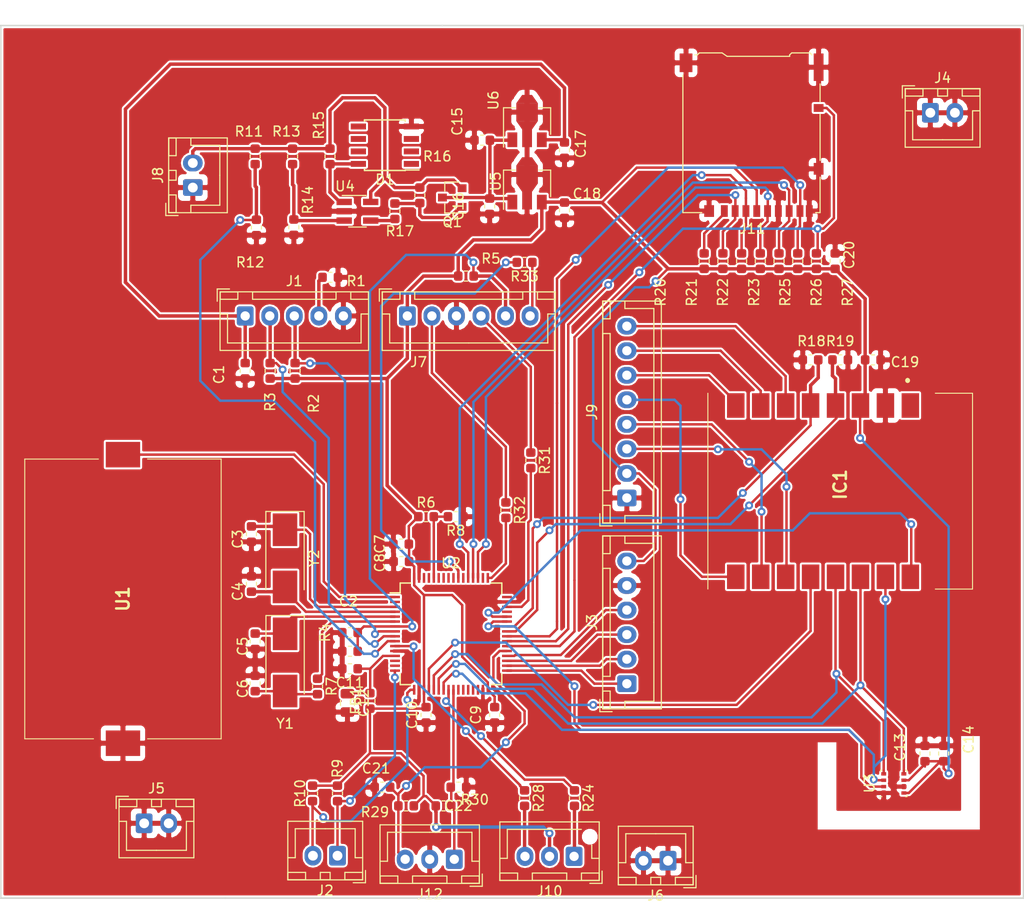
<source format=kicad_pcb>
(kicad_pcb (version 20171130) (host pcbnew "(5.0.2)-1")
  (layers (0 F.Cu signal) (31 B.Cu signal) (34 B.Paste user) (35 F.Paste user) (36 B.SilkS user) (37 F.SilkS user) (38 B.Mask user) (39 F.Mask user) (44 Edge.Cuts user))
  (net 0 "")
  (net 1 GND)
  (net 2 +5V)
  (net 3 Reset)
  (net 4 "Net-(C3-Pad1)")
  (net 5 "Net-(C4-Pad1)")
  (net 6 "Net-(C5-Pad1)")
  (net 7 "Net-(C6-Pad1)")
  (net 8 +3.3V)
  (net 9 "Net-(C11-Pad1)")
  (net 10 "Net-(C15-Pad1)")
  (net 11 /SD/BUTTON_2)
  (net 12 /SD/BUTTON_1)
  (net 13 "Net-(D1-Pad8)")
  (net 14 /LoRa_Lambda_9S/NSEL)
  (net 15 /LoRa_Lambda_9S/SDI)
  (net 16 /LoRa_Lambda_9S/SDO)
  (net 17 /LoRa_Lambda_9S/SCLK)
  (net 18 /LoRa_Lambda_9S/RESET)
  (net 19 "Net-(IC1-Pad11)")
  (net 20 "Net-(IC1-Pad10)")
  (net 21 "Net-(IC1-Pad9)")
  (net 22 "Net-(IC1-Pad8)")
  (net 23 "Net-(IC1-Pad7)")
  (net 24 "Net-(IC1-Pad6)")
  (net 25 /LoRa_Lambda_9S/TX_SWITCH)
  (net 26 /LoRa_Lambda_9S/RX_SWITCH)
  (net 27 "Net-(IC1-Pad1)")
  (net 28 "Net-(J1-Pad2)")
  (net 29 "Net-(J1-Pad3)")
  (net 30 "Net-(J1-Pad4)")
  (net 31 "Net-(J2-Pad1)")
  (net 32 "Net-(J2-Pad2)")
  (net 33 "Net-(J3-Pad1)")
  (net 34 "Net-(J3-Pad2)")
  (net 35 "Net-(J3-Pad3)")
  (net 36 "Net-(J3-Pad4)")
  (net 37 SWO)
  (net 38 SWDIO)
  (net 39 SWCLK)
  (net 40 "Net-(J8-Pad2)")
  (net 41 "Net-(J10-Pad1)")
  (net 42 /SD/SD_D1)
  (net 43 /SD/SD_D2)
  (net 44 /SD/SD_CS)
  (net 45 /SD/SD_CMD)
  (net 46 /SD/SD_CLK)
  (net 47 /SD/SD_D0)
  (net 48 /SD/SD_DET)
  (net 49 "Net-(Q1-Pad1)")
  (net 50 "Net-(R6-Pad2)")
  (net 51 "Net-(R7-Pad1)")
  (net 52 ADC_UBATT)
  (net 53 "Net-(R13-Pad2)")
  (net 54 "Net-(R17-Pad2)")
  (net 55 /SD/LED_GRN)
  (net 56 "Net-(U1-Pad1)")
  (net 57 "Net-(U2-Pad2)")
  (net 58 "Net-(U2-Pad14)")
  (net 59 "Net-(U2-Pad15)")
  (net 60 "Net-(U2-Pad26)")
  (net 61 "Net-(U2-Pad27)")
  (net 62 "Net-(U2-Pad28)")
  (net 63 "Net-(U2-Pad29)")
  (net 64 "Net-(U2-Pad30)")
  (net 65 "Net-(U2-Pad45)")
  (net 66 "Net-(U2-Pad48)")
  (net 67 "Net-(U2-Pad50)")
  (net 68 "Net-(U2-Pad54)")
  (net 69 "Net-(U2-Pad56)")
  (net 70 "Net-(U2-Pad57)")
  (net 71 "Net-(U2-Pad58)")
  (net 72 "Net-(U2-Pad59)")
  (net 73 "Net-(U2-Pad61)")
  (net 74 "Net-(U2-Pad62)")
  (net 75 "Net-(J10-Pad3)")
  (net 76 /SD/LED_RED)
  (net 77 "Net-(U2-Pad43)")
  (net 78 "Net-(R31-Pad2)")
  (net 79 "Net-(R32-Pad2)")
  (net 80 "Net-(R33-Pad2)")
  (module Package_QFP:LQFP-64_10x10mm_P0.5mm (layer F.Cu) (at 122.047 110.236)
    (fp_text reference U2 (at 0 -7.2) (layer F.SilkS))
    (fp_text value STM32L476RGTx)
    (pad 1 smd rect (at -5.7 -3.75) (size 1 0.25) (layers F.Cu F.Paste F.Mask) (net 56 "Net-(U1-Pad1)"))
    (pad 2 smd rect (at -5.7 -3.25) (size 1 0.25) (layers F.Cu F.Paste F.Mask) (net 57 "Net-(U2-Pad2)"))
    (pad 3 smd rect (at -5.7 -2.75) (size 1 0.25) (layers F.Cu F.Paste F.Mask) (net 4 "Net-(C3-Pad1)"))
    (pad 4 smd rect (at -5.7 -2.25) (size 1 0.25) (layers F.Cu F.Paste F.Mask) (net 5 "Net-(C4-Pad1)"))
    (pad 5 smd rect (at -5.7 -1.75) (size 1 0.25) (layers F.Cu F.Paste F.Mask) (net 6 "Net-(C5-Pad1)"))
    (pad 6 smd rect (at -5.7 -1.25) (size 1 0.25) (layers F.Cu F.Paste F.Mask) (net 51 "Net-(R7-Pad1)"))
    (pad 7 smd rect (at -5.7 -0.75) (size 1 0.25) (layers F.Cu F.Paste F.Mask) (net 3 Reset))
    (pad 8 smd rect (at -5.7 -0.25) (size 1 0.25) (layers F.Cu F.Paste F.Mask) (net 29 "Net-(J1-Pad3)"))
    (pad 9 smd rect (at -5.7 0.25) (size 1 0.25) (layers F.Cu F.Paste F.Mask) (net 28 "Net-(J1-Pad2)"))
    (pad 10 smd rect (at -5.7 0.75) (size 1 0.25) (layers F.Cu F.Paste F.Mask) (net 52 ADC_UBATT))
    (pad 11 smd rect (at -5.7 1.25) (size 1 0.25) (layers F.Cu F.Paste F.Mask) (net 76 /SD/LED_RED))
    (pad 12 smd rect (at -5.7 1.75) (size 1 0.25) (layers F.Cu F.Paste F.Mask) (net 1 GND))
    (pad 13 smd rect (at -5.7 2.25) (size 1 0.25) (layers F.Cu F.Paste F.Mask) (net 9 "Net-(C11-Pad1)"))
    (pad 14 smd rect (at -5.7 2.75) (size 1 0.25) (layers F.Cu F.Paste F.Mask) (net 58 "Net-(U2-Pad14)"))
    (pad 15 smd rect (at -5.7 3.25) (size 1 0.25) (layers F.Cu F.Paste F.Mask) (net 59 "Net-(U2-Pad15)"))
    (pad 16 smd rect (at -5.7 3.75) (size 1 0.25) (layers F.Cu F.Paste F.Mask) (net 31 "Net-(J2-Pad1)"))
    (pad 17 smd rect (at -3.75 5.7 90) (size 1 0.25) (layers F.Cu F.Paste F.Mask) (net 32 "Net-(J2-Pad2)"))
    (pad 18 smd rect (at -3.25 5.7 90) (size 1 0.25) (layers F.Cu F.Paste F.Mask) (net 1 GND))
    (pad 19 smd rect (at -2.75 5.7 90) (size 1 0.25) (layers F.Cu F.Paste F.Mask) (net 8 +3.3V))
    (pad 20 smd rect (at -2.25 5.7 90) (size 1 0.25) (layers F.Cu F.Paste F.Mask) (net 18 /LoRa_Lambda_9S/RESET))
    (pad 21 smd rect (at -1.75 5.7 90) (size 1 0.25) (layers F.Cu F.Paste F.Mask) (net 17 /LoRa_Lambda_9S/SCLK))
    (pad 22 smd rect (at -1.25 5.7 90) (size 1 0.25) (layers F.Cu F.Paste F.Mask) (net 16 /LoRa_Lambda_9S/SDO))
    (pad 23 smd rect (at -0.75 5.7 90) (size 1 0.25) (layers F.Cu F.Paste F.Mask) (net 15 /LoRa_Lambda_9S/SDI))
    (pad 24 smd rect (at -0.25 5.7 90) (size 1 0.25) (layers F.Cu F.Paste F.Mask) (net 55 /SD/LED_GRN))
    (pad 25 smd rect (at 0.25 5.7 90) (size 1 0.25) (layers F.Cu F.Paste F.Mask) (net 12 /SD/BUTTON_1))
    (pad 26 smd rect (at 0.75 5.7 90) (size 1 0.25) (layers F.Cu F.Paste F.Mask) (net 60 "Net-(U2-Pad26)"))
    (pad 27 smd rect (at 1.25 5.7 90) (size 1 0.25) (layers F.Cu F.Paste F.Mask) (net 61 "Net-(U2-Pad27)"))
    (pad 28 smd rect (at 1.75 5.7 90) (size 1 0.25) (layers F.Cu F.Paste F.Mask) (net 62 "Net-(U2-Pad28)"))
    (pad 29 smd rect (at 2.25 5.7 90) (size 1 0.25) (layers F.Cu F.Paste F.Mask) (net 63 "Net-(U2-Pad29)"))
    (pad 30 smd rect (at 2.75 5.7 90) (size 1 0.25) (layers F.Cu F.Paste F.Mask) (net 64 "Net-(U2-Pad30)"))
    (pad 31 smd rect (at 3.25 5.7 90) (size 1 0.25) (layers F.Cu F.Paste F.Mask) (net 1 GND))
    (pad 32 smd rect (at 3.75 5.7 90) (size 1 0.25) (layers F.Cu F.Paste F.Mask) (net 8 +3.3V))
    (pad 33 smd rect (at 5.7 3.75) (size 1 0.25) (layers F.Cu F.Paste F.Mask) (net 33 "Net-(J3-Pad1)"))
    (pad 34 smd rect (at 5.7 3.25) (size 1 0.25) (layers F.Cu F.Paste F.Mask) (net 34 "Net-(J3-Pad2)"))
    (pad 35 smd rect (at 5.7 2.75) (size 1 0.25) (layers F.Cu F.Paste F.Mask) (net 35 "Net-(J3-Pad3)"))
    (pad 36 smd rect (at 5.7 2.25) (size 1 0.25) (layers F.Cu F.Paste F.Mask) (net 36 "Net-(J3-Pad4)"))
    (pad 37 smd rect (at 5.7 1.75) (size 1 0.25) (layers F.Cu F.Paste F.Mask) (net 11 /SD/BUTTON_2))
    (pad 38 smd rect (at 5.7 1.25) (size 1 0.25) (layers F.Cu F.Paste F.Mask) (net 48 /SD/SD_DET))
    (pad 39 smd rect (at 5.7 0.75) (size 1 0.25) (layers F.Cu F.Paste F.Mask) (net 44 /SD/SD_CS))
    (pad 40 smd rect (at 5.7 0.25) (size 1 0.25) (layers F.Cu F.Paste F.Mask) (net 42 /SD/SD_D1))
    (pad 41 smd rect (at 5.7 -0.25) (size 1 0.25) (layers F.Cu F.Paste F.Mask) (net 26 /LoRa_Lambda_9S/RX_SWITCH))
    (pad 42 smd rect (at 5.7 -0.75) (size 1 0.25) (layers F.Cu F.Paste F.Mask) (net 25 /LoRa_Lambda_9S/TX_SWITCH))
    (pad 43 smd rect (at 5.7 -1.25) (size 1 0.25) (layers F.Cu F.Paste F.Mask) (net 77 "Net-(U2-Pad43)"))
    (pad 44 smd rect (at 5.7 -1.75) (size 1 0.25) (layers F.Cu F.Paste F.Mask) (net 14 /LoRa_Lambda_9S/NSEL))
    (pad 45 smd rect (at 5.7 -2.25) (size 1 0.25) (layers F.Cu F.Paste F.Mask) (net 65 "Net-(U2-Pad45)"))
    (pad 46 smd rect (at 5.7 -2.75) (size 1 0.25) (layers F.Cu F.Paste F.Mask) (net 78 "Net-(R31-Pad2)"))
    (pad 47 smd rect (at 5.7 -3.25) (size 1 0.25) (layers F.Cu F.Paste F.Mask) (net 1 GND))
    (pad 48 smd rect (at 5.7 -3.75) (size 1 0.25) (layers F.Cu F.Paste F.Mask) (net 66 "Net-(U2-Pad48)"))
    (pad 49 smd rect (at 3.75 -5.7 90) (size 1 0.25) (layers F.Cu F.Paste F.Mask) (net 79 "Net-(R32-Pad2)"))
    (pad 50 smd rect (at 3.25 -5.7 90) (size 1 0.25) (layers F.Cu F.Paste F.Mask) (net 67 "Net-(U2-Pad50)"))
    (pad 51 smd rect (at 2.75 -5.7 90) (size 1 0.25) (layers F.Cu F.Paste F.Mask) (net 46 /SD/SD_CLK))
    (pad 52 smd rect (at 2.25 -5.7 90) (size 1 0.25) (layers F.Cu F.Paste F.Mask) (net 47 /SD/SD_D0))
    (pad 53 smd rect (at 1.75 -5.7 90) (size 1 0.25) (layers F.Cu F.Paste F.Mask) (net 45 /SD/SD_CMD))
    (pad 54 smd rect (at 1.25 -5.7 90) (size 1 0.25) (layers F.Cu F.Paste F.Mask) (net 68 "Net-(U2-Pad54)"))
    (pad 55 smd rect (at 0.75 -5.7 90) (size 1 0.25) (layers F.Cu F.Paste F.Mask) (net 80 "Net-(R33-Pad2)"))
    (pad 56 smd rect (at 0.25 -5.7 90) (size 1 0.25) (layers F.Cu F.Paste F.Mask) (net 69 "Net-(U2-Pad56)"))
    (pad 57 smd rect (at -0.25 -5.7 90) (size 1 0.25) (layers F.Cu F.Paste F.Mask) (net 70 "Net-(U2-Pad57)"))
    (pad 58 smd rect (at -0.75 -5.7 90) (size 1 0.25) (layers F.Cu F.Paste F.Mask) (net 71 "Net-(U2-Pad58)"))
    (pad 59 smd rect (at -1.25 -5.7 90) (size 1 0.25) (layers F.Cu F.Paste F.Mask) (net 72 "Net-(U2-Pad59)"))
    (pad 60 smd rect (at -1.75 -5.7 90) (size 1 0.25) (layers F.Cu F.Paste F.Mask) (net 50 "Net-(R6-Pad2)"))
    (pad 61 smd rect (at -2.25 -5.7 90) (size 1 0.25) (layers F.Cu F.Paste F.Mask) (net 73 "Net-(U2-Pad61)"))
    (pad 62 smd rect (at -2.75 -5.7 90) (size 1 0.25) (layers F.Cu F.Paste F.Mask) (net 74 "Net-(U2-Pad62)"))
    (pad 63 smd rect (at -3.25 -5.7 90) (size 1 0.25) (layers F.Cu F.Paste F.Mask) (net 1 GND))
    (pad 64 smd rect (at -3.75 -5.7 90) (size 1 0.25) (layers F.Cu F.Paste F.Mask) (net 8 +3.3V))
  )
  (module Capacitor_SMD:C_0603_1608Metric (layer F.Cu) (at 172.212 122.428 90)
    (fp_text reference C14 (at 1.4225 2.54 90) (layer F.SilkS))
    (fp_text value 100nF)
    (pad 1 smd roundrect (at -0.7875 0 90) (size 0.875 0.95) (layers F.Cu F.Paste F.Mask) (net 8 +3.3V))
    (pad 2 smd roundrect (at 0.7875 0 90) (size 0.875 0.95) (layers F.Cu F.Paste F.Mask) (net 1 GND))
  )
  (module Capacitor_SMD:C_0603_1608Metric (layer F.Cu) (at 170.307 122.428 270)
    (fp_text reference C13 (at -0.635 2.54 270) (layer F.SilkS))
    (fp_text value 100nF)
    (pad 2 smd roundrect (at 0.7875 0 270) (size 0.875 0.95) (layers F.Cu F.Paste F.Mask) (net 8 +3.3V))
    (pad 1 smd roundrect (at -0.7875 0 270) (size 0.875 0.95) (layers F.Cu F.Paste F.Mask) (net 1 GND))
  )
  (module Package_LGA:Bosch_LGA-8_2.5x2.5mm_P0.65mm_ClockwisePinNumbering (layer F.Cu) (at 167.132 125.476 90)
    (fp_text reference U3 (at 0.015 -2.465 90) (layer F.SilkS))
    (fp_text value BME280)
    (pad 4 smd rect (at 0.975 -1.025 180) (size 0.5 0.35) (layers F.Cu F.Paste F.Mask) (net 17 /LoRa_Lambda_9S/SCLK))
    (pad 3 smd rect (at 0.325 -1.025 180) (size 0.5 0.35) (layers F.Cu F.Paste F.Mask) (net 15 /LoRa_Lambda_9S/SDI))
    (pad 2 smd rect (at -0.325 -1.025 180) (size 0.5 0.35) (layers F.Cu F.Paste F.Mask) (net 77 "Net-(U2-Pad43)"))
    (pad 1 smd rect (at -0.975 -1.025 180) (size 0.5 0.35) (layers F.Cu F.Paste F.Mask) (net 1 GND))
    (pad 8 smd rect (at -0.975 1.025 180) (size 0.5 0.35) (layers F.Cu F.Paste F.Mask) (net 8 +3.3V))
    (pad 7 smd rect (at -0.325 1.025 180) (size 0.5 0.35) (layers F.Cu F.Paste F.Mask) (net 1 GND))
    (pad 6 smd rect (at 0.325 1.025 180) (size 0.5 0.35) (layers F.Cu F.Paste F.Mask) (net 8 +3.3V))
    (pad 5 smd rect (at 0.975 1.025 180) (size 0.5 0.35) (layers F.Cu F.Paste F.Mask) (net 16 /LoRa_Lambda_9S/SDO))
  )
  (module Connector_JST:JST_XH_B05B-XH-A_1x05_P2.50mm_Vertical (layer F.Cu) (at 101.092 77.851)
    (fp_text reference J1 (at 5 -3.55) (layer F.SilkS))
    (fp_text value CONN_SPS30)
    (pad 5 thru_hole oval (at 10 0) (size 1.7 1.95) (drill 0.95) (layers *.Cu *.Mask) (net 1 GND))
    (pad 4 thru_hole oval (at 7.5 0) (size 1.7 1.95) (drill 0.95) (layers *.Cu *.Mask) (net 30 "Net-(J1-Pad4)"))
    (pad 3 thru_hole oval (at 5 0) (size 1.7 1.95) (drill 0.95) (layers *.Cu *.Mask) (net 29 "Net-(J1-Pad3)"))
    (pad 2 thru_hole oval (at 2.5 0) (size 1.7 1.95) (drill 0.95) (layers *.Cu *.Mask) (net 28 "Net-(J1-Pad2)"))
    (pad 1 thru_hole roundrect (at 0 0) (size 1.7 1.95) (drill 0.95) (layers *.Cu *.Mask) (roundrect_rratio 0.147059) (net 2 +5V))
  )
  (module Connector_JST:JST_XH_B08B-XH-A_1x08_P2.50mm_Vertical (layer F.Cu) (at 139.954 96.393 90)
    (fp_text reference J9 (at 8.75 -3.55 90) (layer F.SilkS))
    (fp_text value CONN_IO)
    (pad 8 thru_hole oval (at 17.5 0 90) (size 1.7 1.95) (drill 0.95) (layers *.Cu *.Mask) (net 24 "Net-(IC1-Pad6)"))
    (pad 7 thru_hole oval (at 15 0 90) (size 1.7 1.95) (drill 0.95) (layers *.Cu *.Mask) (net 23 "Net-(IC1-Pad7)"))
    (pad 6 thru_hole oval (at 12.5 0 90) (size 1.7 1.95) (drill 0.95) (layers *.Cu *.Mask) (net 22 "Net-(IC1-Pad8)"))
    (pad 5 thru_hole oval (at 10 0 90) (size 1.7 1.95) (drill 0.95) (layers *.Cu *.Mask) (net 21 "Net-(IC1-Pad9)"))
    (pad 4 thru_hole oval (at 7.5 0 90) (size 1.7 1.95) (drill 0.95) (layers *.Cu *.Mask) (net 20 "Net-(IC1-Pad10)"))
    (pad 3 thru_hole oval (at 5 0 90) (size 1.7 1.95) (drill 0.95) (layers *.Cu *.Mask) (net 19 "Net-(IC1-Pad11)"))
    (pad 2 thru_hole oval (at 2.5 0 90) (size 1.7 1.95) (drill 0.95) (layers *.Cu *.Mask) (net 8 +3.3V))
    (pad 1 thru_hole roundrect (at 0 0 90) (size 1.7 1.95) (drill 0.95) (layers *.Cu *.Mask) (roundrect_rratio 0.147059) (net 1 GND))
  )
  (module Connector_Card:microSD_HC_Hirose_DM3AT-SF-PEJM5 (layer F.Cu) (at 152.654 59.436 180)
    (fp_text reference J11 (at -0.075 -9.525 180) (layer F.SilkS))
    (fp_text value Micro_SD_Card_Det)
    (pad 9 smd rect (at -5.875 -7.725 180) (size 0.7 1.2) (layers F.Cu F.Paste F.Mask) (net 1 GND))
    (pad 8 smd rect (at -4.925 -7.725 180) (size 0.7 1.2) (layers F.Cu F.Paste F.Mask) (net 42 /SD/SD_D1))
    (pad 1 smd rect (at 2.775 -7.725 180) (size 0.7 1.2) (layers F.Cu F.Paste F.Mask) (net 43 /SD/SD_D2))
    (pad 2 smd rect (at 1.675 -7.725 180) (size 0.7 1.2) (layers F.Cu F.Paste F.Mask) (net 44 /SD/SD_CS))
    (pad 3 smd rect (at 0.575 -7.725 180) (size 0.7 1.2) (layers F.Cu F.Paste F.Mask) (net 45 /SD/SD_CMD))
    (pad 4 smd rect (at -0.525 -7.725 180) (size 0.7 1.2) (layers F.Cu F.Paste F.Mask) (net 8 +3.3V))
    (pad 5 smd rect (at -1.625 -7.725 180) (size 0.7 1.2) (layers F.Cu F.Paste F.Mask) (net 46 /SD/SD_CLK))
    (pad 6 smd rect (at -2.725 -7.725 180) (size 0.7 1.2) (layers F.Cu F.Paste F.Mask) (net 1 GND))
    (pad 7 smd rect (at -3.825 -7.725 180) (size 0.7 1.2) (layers F.Cu F.Paste F.Mask) (net 47 /SD/SD_D0))
    (pad 11 smd rect (at 4.325 -7.725 180) (size 1 1.2) (layers F.Cu F.Paste F.Mask) (net 1 GND))
    (pad 11 smd rect (at -6.825 -3.425 180) (size 1 1.2) (layers F.Cu F.Paste F.Mask) (net 1 GND))
    (pad 10 smd rect (at -6.825 2.775 180) (size 1 0.8) (layers F.Cu F.Paste F.Mask) (net 48 /SD/SD_DET))
    (pad 11 smd rect (at -6.825 6.925 180) (size 1 2.8) (layers F.Cu F.Paste F.Mask) (net 1 GND))
    (pad 11 smd rect (at 6.675 7.375 180) (size 1.3 1.9) (layers F.Cu F.Paste F.Mask) (net 1 GND))
  )
  (module Resistor_SMD:R_0603_1608Metric (layer F.Cu) (at 103.632 83.439 270)
    (fp_text reference R3 (at 3.175 0 270) (layer F.SilkS))
    (fp_text value 4.7k)
    (pad 1 smd roundrect (at -0.7875 0 270) (size 0.875 0.95) (layers F.Cu F.Paste F.Mask) (net 28 "Net-(J1-Pad2)"))
    (pad 2 smd roundrect (at 0.7875 0 270) (size 0.875 0.95) (layers F.Cu F.Paste F.Mask) (net 8 +3.3V))
  )
  (module Package_SO:SOIC-8_3.9x4.9mm_P1.27mm (layer F.Cu) (at 115.316 60.452 180)
    (fp_text reference D1 (at 0 -3.5 180) (layer F.SilkS))
    (fp_text value LM285D-2.5)
    (pad 1 smd rect (at -2.7 -1.905 180) (size 1.55 0.6) (layers F.Cu F.Paste F.Mask))
    (pad 2 smd rect (at -2.7 -0.635 180) (size 1.55 0.6) (layers F.Cu F.Paste F.Mask))
    (pad 3 smd rect (at -2.7 0.635 180) (size 1.55 0.6) (layers F.Cu F.Paste F.Mask))
    (pad 4 smd rect (at -2.7 1.905 180) (size 1.55 0.6) (layers F.Cu F.Paste F.Mask) (net 1 GND))
    (pad 5 smd rect (at 2.7 1.905 180) (size 1.55 0.6) (layers F.Cu F.Paste F.Mask))
    (pad 6 smd rect (at 2.7 0.635 180) (size 1.55 0.6) (layers F.Cu F.Paste F.Mask))
    (pad 7 smd rect (at 2.7 -0.635 180) (size 1.55 0.6) (layers F.Cu F.Paste F.Mask))
    (pad 8 smd rect (at 2.7 -1.905 180) (size 1.55 0.6) (layers F.Cu F.Paste F.Mask) (net 13 "Net-(D1-Pad8)"))
  )
  (module Connector_JST:JST_XH_B03B-XH-AM_1x03_P2.50mm_Vertical (layer F.Cu) (at 134.58 132.9076 180)
    (fp_text reference J10 (at 2.5 -3.55 180) (layer F.SilkS))
    (fp_text value Conn_01x03)
    (pad "" np_thru_hole circle (at -1.6 2 180) (size 1.2 1.2) (drill 1.2) (layers *.Cu *.Mask))
    (pad 3 thru_hole oval (at 5 0 180) (size 1.7 1.95) (drill 0.95) (layers *.Cu *.Mask) (net 75 "Net-(J10-Pad3)"))
    (pad 2 thru_hole oval (at 2.5 0 180) (size 1.7 1.95) (drill 0.95) (layers *.Cu *.Mask) (net 8 +3.3V))
    (pad 1 thru_hole roundrect (at 0 0 180) (size 1.7 1.95) (drill 0.95) (layers *.Cu *.Mask) (roundrect_rratio 0.147059) (net 41 "Net-(J10-Pad1)"))
  )
  (module Resistor_SMD:R_0603_1608Metric (layer F.Cu) (at 161.163 72.263 270)
    (fp_text reference C20 (at -0.635 -1.43 270) (layer F.SilkS))
    (fp_text value 100nF)
    (pad 2 smd roundrect (at 0.7875 0 270) (size 0.875 0.95) (layers F.Cu F.Paste F.Mask) (net 8 +3.3V))
    (pad 1 smd roundrect (at -0.7875 0 270) (size 0.875 0.95) (layers F.Cu F.Paste F.Mask) (net 1 GND))
  )
  (module Inductor_SMD:L_0603_1608Metric (layer F.Cu) (at 101.092 83.439 270)
    (fp_text reference C1 (at 0.381 2.667 270) (layer F.SilkS))
    (fp_text value 100nF)
    (pad 2 smd roundrect (at 0.7875 0 270) (size 0.875 0.95) (layers F.Cu F.Paste F.Mask) (net 1 GND))
    (pad 1 smd roundrect (at -0.7875 0 270) (size 0.875 0.95) (layers F.Cu F.Paste F.Mask) (net 2 +5V))
  )
  (module Inductor_SMD:L_0603_1608Metric (layer F.Cu) (at 113.792 117.0685 90)
    (fp_text reference FB1 (at 0 -1.43 90) (layer F.SilkS))
    (fp_text value Ferrite_Bead)
    (pad 2 smd roundrect (at 0.7875 0 90) (size 0.875 0.95) (layers F.Cu F.Paste F.Mask) (net 9 "Net-(C11-Pad1)"))
    (pad 1 smd roundrect (at -0.7875 0 90) (size 0.875 0.95) (layers F.Cu F.Paste F.Mask) (net 8 +3.3V))
  )
  (module Resistor_SMD:R_0603_1608Metric (layer F.Cu) (at 115.062 125.857 180)
    (fp_text reference C21 (at 0.635 1.905 180) (layer F.SilkS))
    (fp_text value 100nF)
    (pad 2 smd roundrect (at 0.7875 0 180) (size 0.875 0.95) (layers F.Cu F.Paste F.Mask) (net 1 GND))
    (pad 1 smd roundrect (at -0.7875 0 180) (size 0.875 0.95) (layers F.Cu F.Paste F.Mask) (net 11 /SD/BUTTON_2))
  )
  (module Resistor_SMD:R_0603_1608Metric (layer F.Cu) (at 122.809 125.857 180)
    (fp_text reference C22 (at 0 -1.905 180) (layer F.SilkS))
    (fp_text value 100nF)
    (pad 2 smd roundrect (at 0.7875 0 180) (size 0.875 0.95) (layers F.Cu F.Paste F.Mask) (net 12 /SD/BUTTON_1))
    (pad 1 smd roundrect (at -0.7875 0 180) (size 0.875 0.95) (layers F.Cu F.Paste F.Mask) (net 1 GND))
  )
  (module Resistor_SMD:R_0603_1608Metric (layer F.Cu) (at 116.967 101.092 180)
    (fp_text reference C7 (at 2.159 0 270) (layer F.SilkS))
    (fp_text value 4.7µF)
    (pad 2 smd roundrect (at 0.7875 0 180) (size 0.875 0.95) (layers F.Cu F.Paste F.Mask) (net 1 GND))
    (pad 1 smd roundrect (at -0.7875 0 180) (size 0.875 0.95) (layers F.Cu F.Paste F.Mask) (net 8 +3.3V))
  )
  (module Capacitor_SMD:C_0603_1608Metric (layer F.Cu) (at 111.76 112.014 180)
    (fp_text reference C2 (at 0.1525 5.08 180) (layer F.SilkS))
    (fp_text value 100nF)
    (pad 1 smd roundrect (at -0.7875 0 180) (size 0.875 0.95) (layers F.Cu F.Paste F.Mask) (net 3 Reset))
    (pad 2 smd roundrect (at 0.7875 0 180) (size 0.875 0.95) (layers F.Cu F.Paste F.Mask) (net 1 GND))
  )
  (module Capacitor_SMD:C_0603_1608Metric (layer F.Cu) (at 101.727 100.076 270)
    (fp_text reference C3 (at 0.508 1.397 90) (layer F.SilkS))
    (fp_text value 10pF)
    (pad 1 smd roundrect (at -0.7875 0 270) (size 0.875 0.95) (layers F.Cu F.Paste F.Mask) (net 4 "Net-(C3-Pad1)"))
    (pad 2 smd roundrect (at 0.7875 0 270) (size 0.875 0.95) (layers F.Cu F.Paste F.Mask) (net 1 GND))
  )
  (module Capacitor_SMD:C_0603_1608Metric (layer F.Cu) (at 101.727 105.156 90)
    (fp_text reference C4 (at -0.762 -1.397 270) (layer F.SilkS))
    (fp_text value 10pF)
    (pad 1 smd roundrect (at -0.7875 0 90) (size 0.875 0.95) (layers F.Cu F.Paste F.Mask) (net 5 "Net-(C4-Pad1)"))
    (pad 2 smd roundrect (at 0.7875 0 90) (size 0.875 0.95) (layers F.Cu F.Paste F.Mask) (net 1 GND))
  )
  (module Capacitor_SMD:C_0603_1608Metric (layer F.Cu) (at 102.108 110.998 270)
    (fp_text reference C5 (at 0.508 1.27 90) (layer F.SilkS))
    (fp_text value 10pF)
    (pad 1 smd roundrect (at -0.7875 0 270) (size 0.875 0.95) (layers F.Cu F.Paste F.Mask) (net 6 "Net-(C5-Pad1)"))
    (pad 2 smd roundrect (at 0.7875 0 270) (size 0.875 0.95) (layers F.Cu F.Paste F.Mask) (net 1 GND))
  )
  (module Capacitor_SMD:C_0603_1608Metric (layer F.Cu) (at 102.108 115.2905 90)
    (fp_text reference C6 (at -0.5335 -1.27 270) (layer F.SilkS))
    (fp_text value 10pF)
    (pad 2 smd roundrect (at 0.7875 0 90) (size 0.875 0.95) (layers F.Cu F.Paste F.Mask) (net 1 GND))
    (pad 1 smd roundrect (at -0.7875 0 90) (size 0.875 0.95) (layers F.Cu F.Paste F.Mask) (net 7 "Net-(C6-Pad1)"))
  )
  (module Capacitor_SMD:C_0603_1608Metric (layer F.Cu) (at 116.9925 102.87)
    (fp_text reference C8 (at -2.1845 0.127 90) (layer F.SilkS))
    (fp_text value 100nF)
    (pad 2 smd roundrect (at 0.7875 0) (size 0.875 0.95) (layers F.Cu F.Paste F.Mask) (net 8 +3.3V))
    (pad 1 smd roundrect (at -0.7875 0) (size 0.875 0.95) (layers F.Cu F.Paste F.Mask) (net 1 GND))
  )
  (module Capacitor_SMD:C_0603_1608Metric (layer F.Cu) (at 126.492 118.491 90)
    (fp_text reference C9 (at 0 -1.905 90) (layer F.SilkS))
    (fp_text value 100nF)
    (pad 1 smd roundrect (at -0.7875 0 90) (size 0.875 0.95) (layers F.Cu F.Paste F.Mask) (net 1 GND))
    (pad 2 smd roundrect (at 0.7875 0 90) (size 0.875 0.95) (layers F.Cu F.Paste F.Mask) (net 8 +3.3V))
  )
  (module Capacitor_SMD:C_0603_1608Metric (layer F.Cu) (at 119.507 118.491 90)
    (fp_text reference C10 (at 0 -1.43 90) (layer F.SilkS))
    (fp_text value 100nF)
    (pad 2 smd roundrect (at 0.7875 0 90) (size 0.875 0.95) (layers F.Cu F.Paste F.Mask) (net 8 +3.3V))
    (pad 1 smd roundrect (at -0.7875 0 90) (size 0.875 0.95) (layers F.Cu F.Paste F.Mask) (net 1 GND))
  )
  (module Capacitor_SMD:C_0603_1608Metric (layer F.Cu) (at 111.76 113.792 180)
    (fp_text reference C11 (at 0 -1.4225 180) (layer F.SilkS))
    (fp_text value 100nF)
    (pad 2 smd roundrect (at 0.7875 0 180) (size 0.875 0.95) (layers F.Cu F.Paste F.Mask) (net 1 GND))
    (pad 1 smd roundrect (at -0.7875 0 180) (size 0.875 0.95) (layers F.Cu F.Paste F.Mask) (net 9 "Net-(C11-Pad1)"))
  )
  (module Capacitor_SMD:C_0805_2012Metric (layer F.Cu) (at 111.506 117.2695 270)
    (fp_text reference C12 (at 0 -1.65 270) (layer F.SilkS))
    (fp_text value 4.7µF)
    (pad 1 smd roundrect (at -0.9375 0 270) (size 0.975 1.4) (layers F.Cu F.Paste F.Mask) (net 9 "Net-(C11-Pad1)"))
    (pad 2 smd roundrect (at 0.9375 0 270) (size 0.975 1.4) (layers F.Cu F.Paste F.Mask) (net 1 GND))
  )
  (module Capacitor_SMD:C_0603_1608Metric (layer F.Cu) (at 125.222 59.944 180)
    (fp_text reference C15 (at 2.54 1.905 -90) (layer F.SilkS))
    (fp_text value 1µF)
    (pad 1 smd roundrect (at -0.7875 0 180) (size 0.875 0.95) (layers F.Cu F.Paste F.Mask) (net 10 "Net-(C15-Pad1)"))
    (pad 2 smd roundrect (at 0.7875 0 180) (size 0.875 0.95) (layers F.Cu F.Paste F.Mask) (net 1 GND))
  )
  (module Capacitor_SMD:C_0603_1608Metric (layer F.Cu) (at 125.984 66.675 270)
    (fp_text reference C16 (at 0 3.175 270) (layer F.SilkS))
    (fp_text value 1µF)
    (pad 2 smd roundrect (at 0.7875 0 270) (size 0.875 0.95) (layers F.Cu F.Paste F.Mask) (net 1 GND))
    (pad 1 smd roundrect (at -0.7875 0 270) (size 0.875 0.95) (layers F.Cu F.Paste F.Mask) (net 10 "Net-(C15-Pad1)"))
  )
  (module Capacitor_SMD:C_0603_1608Metric (layer F.Cu) (at 133.604 60.96 270)
    (fp_text reference C17 (at -0.635 -1.651 90) (layer F.SilkS))
    (fp_text value 2.2µF)
    (pad 2 smd roundrect (at 0.7875 0 270) (size 0.875 0.95) (layers F.Cu F.Paste F.Mask) (net 1 GND))
    (pad 1 smd roundrect (at -0.7875 0 270) (size 0.875 0.95) (layers F.Cu F.Paste F.Mask) (net 2 +5V))
  )
  (module Capacitor_SMD:C_0603_1608Metric (layer F.Cu) (at 133.604 67.0815 270)
    (fp_text reference C18 (at -1.6765 -2.286) (layer F.SilkS))
    (fp_text value 2.2µF)
    (pad 1 smd roundrect (at -0.7875 0 270) (size 0.875 0.95) (layers F.Cu F.Paste F.Mask) (net 8 +3.3V))
    (pad 2 smd roundrect (at 0.7875 0 270) (size 0.875 0.95) (layers F.Cu F.Paste F.Mask) (net 1 GND))
  )
  (module Capacitor_SMD:C_0603_1608Metric (layer F.Cu) (at 165.003931 82.323151 180)
    (fp_text reference C19 (at -3.271069 -0.226849 180) (layer F.SilkS))
    (fp_text value 1µF)
    (pad 2 smd roundrect (at 0.7875 0 180) (size 0.875 0.95) (layers F.Cu F.Paste F.Mask) (net 8 +3.3V))
    (pad 1 smd roundrect (at -0.7875 0 180) (size 0.875 0.95) (layers F.Cu F.Paste F.Mask) (net 1 GND))
  )
  (module Lambda_9S:LAMBDA9S (layer F.Cu) (at 161.676431 95.023151 270)
    (fp_text reference IC1 (at 0 0 270) (layer F.SilkS) (effects (font (size 1.27 1.27) (thickness 0.254))))
    (fp_text value LAMBDA-9S hide)
    (pad 16 smd rect (at 9.4 -7.145) (size 1.78 2.5) (layers F.Cu F.Paste F.Mask) (net 14 /LoRa_Lambda_9S/NSEL))
    (pad 15 smd rect (at 9.4 -4.605) (size 1.78 2.5) (layers F.Cu F.Paste F.Mask) (net 15 /LoRa_Lambda_9S/SDI))
    (pad 14 smd rect (at 9.4 -2.065) (size 1.78 2.5) (layers F.Cu F.Paste F.Mask) (net 16 /LoRa_Lambda_9S/SDO))
    (pad 13 smd rect (at 9.4 0.475) (size 1.78 2.5) (layers F.Cu F.Paste F.Mask) (net 17 /LoRa_Lambda_9S/SCLK))
    (pad 12 smd rect (at 9.4 3.015) (size 1.78 2.5) (layers F.Cu F.Paste F.Mask) (net 18 /LoRa_Lambda_9S/RESET))
    (pad 11 smd rect (at 9.4 5.555) (size 1.78 2.5) (layers F.Cu F.Paste F.Mask) (net 19 "Net-(IC1-Pad11)"))
    (pad 10 smd rect (at 9.4 8.095) (size 1.78 2.5) (layers F.Cu F.Paste F.Mask) (net 20 "Net-(IC1-Pad10)"))
    (pad 9 smd rect (at 9.4 10.635) (size 1.78 2.5) (layers F.Cu F.Paste F.Mask) (net 21 "Net-(IC1-Pad9)"))
    (pad 8 smd rect (at -8.05 10.635) (size 1.78 2.5) (layers F.Cu F.Paste F.Mask) (net 22 "Net-(IC1-Pad8)"))
    (pad 7 smd rect (at -8.05 8.095) (size 1.78 2.5) (layers F.Cu F.Paste F.Mask) (net 23 "Net-(IC1-Pad7)"))
    (pad 6 smd rect (at -8.05 5.555) (size 1.78 2.5) (layers F.Cu F.Paste F.Mask) (net 24 "Net-(IC1-Pad6)"))
    (pad 5 smd rect (at -8.05 3.015) (size 1.78 2.5) (layers F.Cu F.Paste F.Mask) (net 25 /LoRa_Lambda_9S/TX_SWITCH))
    (pad 4 smd rect (at -8.05 0.475) (size 1.78 2.5) (layers F.Cu F.Paste F.Mask) (net 26 /LoRa_Lambda_9S/RX_SWITCH))
    (pad 3 smd rect (at -8.05 -2.065) (size 1.78 2.5) (layers F.Cu F.Paste F.Mask) (net 8 +3.3V))
    (pad 2 smd rect (at -8.05 -4.605) (size 1.78 2.5) (layers F.Cu F.Paste F.Mask) (net 1 GND))
    (pad 1 smd rect (at -8.05 -7.145) (size 1.78 2.5) (layers F.Cu F.Paste F.Mask) (net 27 "Net-(IC1-Pad1)"))
  )
  (module Connector_JST:JST_XH_B02B-XH-A_1x02_P2.50mm_Vertical (layer F.Cu) (at 110.49 132.842 180)
    (fp_text reference J2 (at 1.25 -3.55 180) (layer F.SilkS))
    (fp_text value CONN_USART)
    (pad 1 thru_hole roundrect (at 0 0 180) (size 1.7 2) (drill 1) (layers *.Cu *.Mask) (roundrect_rratio 0.147059) (net 31 "Net-(J2-Pad1)"))
    (pad 2 thru_hole oval (at 2.5 0 180) (size 1.7 2) (drill 1) (layers *.Cu *.Mask) (net 32 "Net-(J2-Pad2)"))
  )
  (module Connector_JST:JST_XH_B06B-XH-A_1x06_P2.50mm_Vertical (layer F.Cu) (at 139.954 115.316 90)
    (fp_text reference J3 (at 6.25 -3.55 90) (layer F.SilkS))
    (fp_text value CONN_SPARE)
    (pad 1 thru_hole roundrect (at 0 0 90) (size 1.7 1.95) (drill 0.95) (layers *.Cu *.Mask) (roundrect_rratio 0.147059) (net 33 "Net-(J3-Pad1)"))
    (pad 2 thru_hole oval (at 2.5 0 90) (size 1.7 1.95) (drill 0.95) (layers *.Cu *.Mask) (net 34 "Net-(J3-Pad2)"))
    (pad 3 thru_hole oval (at 5 0 90) (size 1.7 1.95) (drill 0.95) (layers *.Cu *.Mask) (net 35 "Net-(J3-Pad3)"))
    (pad 4 thru_hole oval (at 7.5 0 90) (size 1.7 1.95) (drill 0.95) (layers *.Cu *.Mask) (net 36 "Net-(J3-Pad4)"))
    (pad 5 thru_hole oval (at 10 0 90) (size 1.7 1.95) (drill 0.95) (layers *.Cu *.Mask) (net 1 GND))
    (pad 6 thru_hole oval (at 12.5 0 90) (size 1.7 1.95) (drill 0.95) (layers *.Cu *.Mask) (net 8 +3.3V))
  )
  (module Connector_JST:JST_XH_B02B-XH-A_1x02_P2.50mm_Vertical (layer F.Cu) (at 170.855 57.15)
    (fp_text reference J4 (at 1.25 -3.55) (layer F.SilkS))
    (fp_text value CON_GND)
    (pad 2 thru_hole oval (at 2.5 0) (size 1.7 2) (drill 1) (layers *.Cu *.Mask) (net 1 GND))
    (pad 1 thru_hole roundrect (at 0 0) (size 1.7 2) (drill 1) (layers *.Cu *.Mask) (roundrect_rratio 0.147059) (net 1 GND))
  )
  (module Connector_JST:JST_XH_B02B-XH-A_1x02_P2.50mm_Vertical (layer F.Cu) (at 90.805 129.54)
    (fp_text reference J5 (at 1.25 -3.55) (layer F.SilkS))
    (fp_text value CON_GND)
    (pad 1 thru_hole roundrect (at 0 0) (size 1.7 2) (drill 1) (layers *.Cu *.Mask) (roundrect_rratio 0.147059) (net 1 GND))
    (pad 2 thru_hole oval (at 2.5 0) (size 1.7 2) (drill 1) (layers *.Cu *.Mask) (net 1 GND))
  )
  (module Connector_JST:JST_XH_B02B-XH-A_1x02_P2.50mm_Vertical (layer F.Cu) (at 144.145 133.35 180)
    (fp_text reference J6 (at 1.25 -3.55 180) (layer F.SilkS))
    (fp_text value CON_GND)
    (pad 2 thru_hole oval (at 2.5 0 180) (size 1.7 2) (drill 1) (layers *.Cu *.Mask) (net 1 GND))
    (pad 1 thru_hole roundrect (at 0 0 180) (size 1.7 2) (drill 1) (layers *.Cu *.Mask) (roundrect_rratio 0.147059) (net 1 GND))
  )
  (module Connector_JST:JST_XH_B06B-XH-A_1x06_P2.50mm_Vertical (layer F.Cu) (at 117.602 77.851)
    (fp_text reference J7 (at 1.143 4.699) (layer F.SilkS))
    (fp_text value CONN_SWD)
    (pad 6 thru_hole oval (at 12.5 0) (size 1.7 1.95) (drill 0.95) (layers *.Cu *.Mask) (net 37 SWO))
    (pad 5 thru_hole oval (at 10 0) (size 1.7 1.95) (drill 0.95) (layers *.Cu *.Mask) (net 3 Reset))
    (pad 4 thru_hole oval (at 7.5 0) (size 1.7 1.95) (drill 0.95) (layers *.Cu *.Mask) (net 38 SWDIO))
    (pad 3 thru_hole oval (at 5 0) (size 1.7 1.95) (drill 0.95) (layers *.Cu *.Mask) (net 1 GND))
    (pad 2 thru_hole oval (at 2.5 0) (size 1.7 1.95) (drill 0.95) (layers *.Cu *.Mask) (net 39 SWCLK))
    (pad 1 thru_hole roundrect (at 0 0) (size 1.7 1.95) (drill 0.95) (layers *.Cu *.Mask) (roundrect_rratio 0.147059) (net 8 +3.3V))
  )
  (module Connector_JST:JST_XH_B02B-XH-A_1x02_P2.50mm_Vertical (layer F.Cu) (at 95.758 64.77 90)
    (fp_text reference J8 (at 1.25 -3.55 90) (layer F.SilkS))
    (fp_text value CONN_VBAT_UB)
    (pad 1 thru_hole roundrect (at 0 0 90) (size 1.7 2) (drill 1) (layers *.Cu *.Mask) (roundrect_rratio 0.147059) (net 1 GND))
    (pad 2 thru_hole oval (at 2.5 0 90) (size 1.7 2) (drill 1) (layers *.Cu *.Mask) (net 40 "Net-(J8-Pad2)"))
  )
  (module Connector_JST:JST_XH_B03B-XH-A_1x03_P2.50mm_Vertical (layer F.Cu) (at 122.381316 133.20464 180)
    (fp_text reference J12 (at 2.5 -3.55 180) (layer F.SilkS))
    (fp_text value CONN_BUTTONS)
    (pad 1 thru_hole roundrect (at 0 0 180) (size 1.7 1.95) (drill 0.95) (layers *.Cu *.Mask) (roundrect_rratio 0.147059) (net 12 /SD/BUTTON_1))
    (pad 2 thru_hole oval (at 2.5 0 180) (size 1.7 1.95) (drill 0.95) (layers *.Cu *.Mask) (net 1 GND))
    (pad 3 thru_hole oval (at 5 0 180) (size 1.7 1.95) (drill 0.95) (layers *.Cu *.Mask) (net 11 /SD/BUTTON_2))
  )
  (module Package_TO_SOT_SMD:SOT-23 (layer F.Cu) (at 122.174 65.786 180)
    (fp_text reference Q1 (at 0 -2.5 180) (layer F.SilkS))
    (fp_text value BSS83P)
    (pad 1 smd rect (at -1 -0.95 180) (size 0.9 0.8) (layers F.Cu F.Paste F.Mask) (net 49 "Net-(Q1-Pad1)"))
    (pad 2 smd rect (at -1 0.95 180) (size 0.9 0.8) (layers F.Cu F.Paste F.Mask) (net 40 "Net-(J8-Pad2)"))
    (pad 3 smd rect (at 1 0 180) (size 0.9 0.8) (layers F.Cu F.Paste F.Mask) (net 10 "Net-(C15-Pad1)"))
  )
  (module Resistor_SMD:R_0603_1608Metric (layer F.Cu) (at 109.7535 73.914 180)
    (fp_text reference R1 (at -2.6415 -0.381 180) (layer F.SilkS))
    (fp_text value COM_SEL)
    (pad 1 smd roundrect (at -0.7875 0 180) (size 0.875 0.95) (layers F.Cu F.Paste F.Mask) (net 1 GND))
    (pad 2 smd roundrect (at 0.7875 0 180) (size 0.875 0.95) (layers F.Cu F.Paste F.Mask) (net 30 "Net-(J1-Pad4)"))
  )
  (module Resistor_SMD:R_0603_1608Metric (layer F.Cu) (at 106.172 83.439 270)
    (fp_text reference R2 (at 3.3275 -1.905 90) (layer F.SilkS))
    (fp_text value 4.7k)
    (pad 1 smd roundrect (at -0.7875 0 270) (size 0.875 0.95) (layers F.Cu F.Paste F.Mask) (net 29 "Net-(J1-Pad3)"))
    (pad 2 smd roundrect (at 0.7875 0 270) (size 0.875 0.95) (layers F.Cu F.Paste F.Mask) (net 8 +3.3V))
  )
  (module Resistor_SMD:R_0603_1608Metric (layer F.Cu) (at 111.76 110.109 180)
    (fp_text reference R4 (at 2.54 0 270) (layer F.SilkS))
    (fp_text value DNP)
    (pad 2 smd roundrect (at 0.7875 0 180) (size 0.875 0.95) (layers F.Cu F.Paste F.Mask) (net 1 GND))
    (pad 1 smd roundrect (at -0.7875 0 180) (size 0.875 0.95) (layers F.Cu F.Paste F.Mask) (net 3 Reset))
  )
  (module Resistor_SMD:R_0603_1608Metric (layer F.Cu) (at 123.571 73.787)
    (fp_text reference R5 (at 2.54 -1.778) (layer F.SilkS))
    (fp_text value DNP)
    (pad 1 smd roundrect (at -0.7875 0) (size 0.875 0.95) (layers F.Cu F.Paste F.Mask) (net 8 +3.3V))
    (pad 2 smd roundrect (at 0.7875 0) (size 0.875 0.95) (layers F.Cu F.Paste F.Mask) (net 3 Reset))
  )
  (module Resistor_SMD:R_0603_1608Metric (layer F.Cu) (at 119.507 98.298)
    (fp_text reference R6 (at 0 -1.43) (layer F.SilkS))
    (fp_text value DNP)
    (pad 1 smd roundrect (at -0.7875 0) (size 0.875 0.95) (layers F.Cu F.Paste F.Mask) (net 8 +3.3V))
    (pad 2 smd roundrect (at 0.7875 0) (size 0.875 0.95) (layers F.Cu F.Paste F.Mask) (net 50 "Net-(R6-Pad2)"))
  )
  (module Resistor_SMD:R_0603_1608Metric (layer F.Cu) (at 108.458 115.5955 270)
    (fp_text reference R7 (at 0 -1.43 270) (layer F.SilkS))
    (fp_text value 200k)
    (pad 2 smd roundrect (at 0.7875 0 270) (size 0.875 0.95) (layers F.Cu F.Paste F.Mask) (net 7 "Net-(C6-Pad1)"))
    (pad 1 smd roundrect (at -0.7875 0 270) (size 0.875 0.95) (layers F.Cu F.Paste F.Mask) (net 51 "Net-(R7-Pad1)"))
  )
  (module Resistor_SMD:R_0603_1608Metric (layer F.Cu) (at 122.5295 98.298 180)
    (fp_text reference R8 (at 0 -1.43 180) (layer F.SilkS))
    (fp_text value 10k)
    (pad 2 smd roundrect (at 0.7875 0 180) (size 0.875 0.95) (layers F.Cu F.Paste F.Mask) (net 50 "Net-(R6-Pad2)"))
    (pad 1 smd roundrect (at -0.7875 0 180) (size 0.875 0.95) (layers F.Cu F.Paste F.Mask) (net 1 GND))
  )
  (module Resistor_SMD:R_0603_1608Metric (layer F.Cu) (at 110.49 126.492 90)
    (fp_text reference R9 (at 2.54 0 90) (layer F.SilkS))
    (fp_text value 10k)
    (pad 2 smd roundrect (at 0.7875 0 90) (size 0.875 0.95) (layers F.Cu F.Paste F.Mask) (net 8 +3.3V))
    (pad 1 smd roundrect (at -0.7875 0 90) (size 0.875 0.95) (layers F.Cu F.Paste F.Mask) (net 31 "Net-(J2-Pad1)"))
  )
  (module Resistor_SMD:R_0603_1608Metric (layer F.Cu) (at 107.95 126.492 90)
    (fp_text reference R10 (at 0 -1.27 90) (layer F.SilkS))
    (fp_text value 10k)
    (pad 1 smd roundrect (at -0.7875 0 90) (size 0.875 0.95) (layers F.Cu F.Paste F.Mask) (net 32 "Net-(J2-Pad2)"))
    (pad 2 smd roundrect (at 0.7875 0 90) (size 0.875 0.95) (layers F.Cu F.Paste F.Mask) (net 8 +3.3V))
  )
  (module Resistor_SMD:R_0603_1608Metric (layer F.Cu) (at 102.108 61.595 270)
    (fp_text reference R11 (at -2.54 0.635) (layer F.SilkS))
    (fp_text value 330k)
    (pad 1 smd roundrect (at -0.7875 0 270) (size 0.875 0.95) (layers F.Cu F.Paste F.Mask) (net 40 "Net-(J8-Pad2)"))
    (pad 2 smd roundrect (at 0.7875 0 270) (size 0.875 0.95) (layers F.Cu F.Paste F.Mask) (net 52 ADC_UBATT))
  )
  (module Resistor_SMD:R_0603_1608Metric (layer F.Cu) (at 102.235 68.834 270)
    (fp_text reference R12 (at 3.556 0.635) (layer F.SilkS))
    (fp_text value 180k)
    (pad 2 smd roundrect (at 0.7875 0 270) (size 0.875 0.95) (layers F.Cu F.Paste F.Mask) (net 1 GND))
    (pad 1 smd roundrect (at -0.7875 0 270) (size 0.875 0.95) (layers F.Cu F.Paste F.Mask) (net 52 ADC_UBATT))
  )
  (module Resistor_SMD:R_0603_1608Metric (layer F.Cu) (at 105.918 61.595 270)
    (fp_text reference R13 (at -2.54 0.635) (layer F.SilkS))
    (fp_text value 330k)
    (pad 2 smd roundrect (at 0.7875 0 270) (size 0.875 0.95) (layers F.Cu F.Paste F.Mask) (net 53 "Net-(R13-Pad2)"))
    (pad 1 smd roundrect (at -0.7875 0 270) (size 0.875 0.95) (layers F.Cu F.Paste F.Mask) (net 40 "Net-(J8-Pad2)"))
  )
  (module Resistor_SMD:R_0603_1608Metric (layer F.Cu) (at 106.045 68.8085 270)
    (fp_text reference R14 (at -2.7685 -1.43 270) (layer F.SilkS))
    (fp_text value 220k)
    (pad 1 smd roundrect (at -0.7875 0 270) (size 0.875 0.95) (layers F.Cu F.Paste F.Mask) (net 53 "Net-(R13-Pad2)"))
    (pad 2 smd roundrect (at 0.7875 0 270) (size 0.875 0.95) (layers F.Cu F.Paste F.Mask) (net 1 GND))
  )
  (module Resistor_SMD:R_0603_1608Metric (layer F.Cu) (at 109.728 61.595 270)
    (fp_text reference R15 (at -3.175 1.143 270) (layer F.SilkS))
    (fp_text value 82k)
    (pad 2 smd roundrect (at 0.7875 0 270) (size 0.875 0.95) (layers F.Cu F.Paste F.Mask) (net 13 "Net-(D1-Pad8)"))
    (pad 1 smd roundrect (at -0.7875 0 270) (size 0.875 0.95) (layers F.Cu F.Paste F.Mask) (net 40 "Net-(J8-Pad2)"))
  )
  (module Resistor_SMD:R_0603_1608Metric (layer F.Cu) (at 118.872 65.5575 270)
    (fp_text reference R16 (at -3.9625 -1.778) (layer F.SilkS))
    (fp_text value 33k)
    (pad 1 smd roundrect (at -0.7875 0 270) (size 0.875 0.95) (layers F.Cu F.Paste F.Mask) (net 40 "Net-(J8-Pad2)"))
    (pad 2 smd roundrect (at 0.7875 0 270) (size 0.875 0.95) (layers F.Cu F.Paste F.Mask) (net 49 "Net-(Q1-Pad1)"))
  )
  (module Resistor_SMD:R_0603_1608Metric (layer F.Cu) (at 116.332 67.183 270)
    (fp_text reference R17 (at 2.032 -0.508) (layer F.SilkS))
    (fp_text value 33k)
    (pad 2 smd roundrect (at 0.7875 0 270) (size 0.875 0.95) (layers F.Cu F.Paste F.Mask) (net 54 "Net-(R17-Pad2)"))
    (pad 1 smd roundrect (at -0.7875 0 270) (size 0.875 0.95) (layers F.Cu F.Paste F.Mask) (net 49 "Net-(Q1-Pad1)"))
  )
  (module Resistor_SMD:R_0603_1608Metric (layer F.Cu) (at 158.653931 82.323151 180)
    (fp_text reference R18 (at -0.096069 1.905 180) (layer F.SilkS))
    (fp_text value 10k)
    (pad 1 smd roundrect (at -0.7875 0 180) (size 0.875 0.95) (layers F.Cu F.Paste F.Mask) (net 25 /LoRa_Lambda_9S/TX_SWITCH))
    (pad 2 smd roundrect (at 0.7875 0 180) (size 0.875 0.95) (layers F.Cu F.Paste F.Mask) (net 1 GND))
  )
  (module Resistor_SMD:R_0603_1608Metric (layer F.Cu) (at 161.676431 82.323151)
    (fp_text reference R19 (at 0 -1.905 -180) (layer F.SilkS))
    (fp_text value 10k)
    (pad 2 smd roundrect (at 0.7875 0) (size 0.875 0.95) (layers F.Cu F.Paste F.Mask) (net 1 GND))
    (pad 1 smd roundrect (at -0.7875 0) (size 0.875 0.95) (layers F.Cu F.Paste F.Mask) (net 26 /LoRa_Lambda_9S/RX_SWITCH))
  )
  (module Resistor_SMD:R_0603_1608Metric (layer F.Cu) (at 147.828 72.263 90)
    (fp_text reference R20 (at -3.175 -4.445 90) (layer F.SilkS))
    (fp_text value 47k)
    (pad 2 smd roundrect (at 0.7875 0 90) (size 0.875 0.95) (layers F.Cu F.Paste F.Mask) (net 43 /SD/SD_D2))
    (pad 1 smd roundrect (at -0.7875 0 90) (size 0.875 0.95) (layers F.Cu F.Paste F.Mask) (net 8 +3.3V))
  )
  (module Resistor_SMD:R_0603_1608Metric (layer F.Cu) (at 149.733 72.263 90)
    (fp_text reference R21 (at -3.175 -3.175 90) (layer F.SilkS))
    (fp_text value 47k)
    (pad 2 smd roundrect (at 0.7875 0 90) (size 0.875 0.95) (layers F.Cu F.Paste F.Mask) (net 44 /SD/SD_CS))
    (pad 1 smd roundrect (at -0.7875 0 90) (size 0.875 0.95) (layers F.Cu F.Paste F.Mask) (net 8 +3.3V))
  )
  (module Resistor_SMD:R_0603_1608Metric (layer F.Cu) (at 151.638 72.263 90)
    (fp_text reference R22 (at -3.175 -1.905 90) (layer F.SilkS))
    (fp_text value 47k)
    (pad 1 smd roundrect (at -0.7875 0 90) (size 0.875 0.95) (layers F.Cu F.Paste F.Mask) (net 8 +3.3V))
    (pad 2 smd roundrect (at 0.7875 0 90) (size 0.875 0.95) (layers F.Cu F.Paste F.Mask) (net 45 /SD/SD_CMD))
  )
  (module Resistor_SMD:R_0603_1608Metric (layer F.Cu) (at 153.543 72.263 90)
    (fp_text reference R23 (at -3.175 -0.635 90) (layer F.SilkS))
    (fp_text value 47k)
    (pad 2 smd roundrect (at 0.7875 0 90) (size 0.875 0.95) (layers F.Cu F.Paste F.Mask) (net 46 /SD/SD_CLK))
    (pad 1 smd roundrect (at -0.7875 0 90) (size 0.875 0.95) (layers F.Cu F.Paste F.Mask) (net 8 +3.3V))
  )
  (module Resistor_SMD:R_0603_1608Metric (layer F.Cu) (at 134.62 126.9745 270)
    (fp_text reference R24 (at 0 -1.43 270) (layer F.SilkS))
    (fp_text value 100)
    (pad 1 smd roundrect (at -0.7875 0 270) (size 0.875 0.95) (layers F.Cu F.Paste F.Mask) (net 55 /SD/LED_GRN))
    (pad 2 smd roundrect (at 0.7875 0 270) (size 0.875 0.95) (layers F.Cu F.Paste F.Mask) (net 41 "Net-(J10-Pad1)"))
  )
  (module Resistor_SMD:R_0603_1608Metric (layer F.Cu) (at 155.448 72.263 90)
    (fp_text reference R25 (at -3.175 0.635 90) (layer F.SilkS))
    (fp_text value 47k)
    (pad 1 smd roundrect (at -0.7875 0 90) (size 0.875 0.95) (layers F.Cu F.Paste F.Mask) (net 8 +3.3V))
    (pad 2 smd roundrect (at 0.7875 0 90) (size 0.875 0.95) (layers F.Cu F.Paste F.Mask) (net 47 /SD/SD_D0))
  )
  (module Resistor_SMD:R_0603_1608Metric (layer F.Cu) (at 157.353 72.263 90)
    (fp_text reference R26 (at -3.175 1.905 90) (layer F.SilkS))
    (fp_text value 47k)
    (pad 2 smd roundrect (at 0.7875 0 90) (size 0.875 0.95) (layers F.Cu F.Paste F.Mask) (net 42 /SD/SD_D1))
    (pad 1 smd roundrect (at -0.7875 0 90) (size 0.875 0.95) (layers F.Cu F.Paste F.Mask) (net 8 +3.3V))
  )
  (module Resistor_SMD:R_0603_1608Metric (layer F.Cu) (at 159.258 72.263 90)
    (fp_text reference R27 (at -3.175 3.175 90) (layer F.SilkS))
    (fp_text value 47k)
    (pad 1 smd roundrect (at -0.7875 0 90) (size 0.875 0.95) (layers F.Cu F.Paste F.Mask) (net 8 +3.3V))
    (pad 2 smd roundrect (at 0.7875 0 90) (size 0.875 0.95) (layers F.Cu F.Paste F.Mask) (net 48 /SD/SD_DET))
  )
  (module Resistor_SMD:R_0603_1608Metric (layer F.Cu) (at 129.54 126.9745 270)
    (fp_text reference R28 (at 0 -1.43 270) (layer F.SilkS))
    (fp_text value 150)
    (pad 2 smd roundrect (at 0.7875 0 270) (size 0.875 0.95) (layers F.Cu F.Paste F.Mask) (net 75 "Net-(J10-Pad3)"))
    (pad 1 smd roundrect (at -0.7875 0 270) (size 0.875 0.95) (layers F.Cu F.Paste F.Mask) (net 76 /SD/LED_RED))
  )
  (module Resistor_SMD:R_0603_1608Metric (layer F.Cu) (at 117.475 127.762 180)
    (fp_text reference R29 (at 3.175 -0.635 180) (layer F.SilkS))
    (fp_text value 10k)
    (pad 1 smd roundrect (at -0.7875 0 180) (size 0.875 0.95) (layers F.Cu F.Paste F.Mask) (net 8 +3.3V))
    (pad 2 smd roundrect (at 0.7875 0 180) (size 0.875 0.95) (layers F.Cu F.Paste F.Mask) (net 11 /SD/BUTTON_2))
  )
  (module Resistor_SMD:R_0603_1608Metric (layer F.Cu) (at 121.285 127.762)
    (fp_text reference R30 (at 3.175 -0.635) (layer F.SilkS))
    (fp_text value 10k)
    (pad 2 smd roundrect (at 0.7875 0) (size 0.875 0.95) (layers F.Cu F.Paste F.Mask) (net 12 /SD/BUTTON_1))
    (pad 1 smd roundrect (at -0.7875 0) (size 0.875 0.95) (layers F.Cu F.Paste F.Mask) (net 8 +3.3V))
  )
  (module SMTU2032-C.TR:SMTU2032CTR (layer F.Cu) (at 88.646 106.68 270)
    (fp_text reference U1 (at 0 0 270) (layer F.SilkS) (effects (font (size 1.27 1.27) (thickness 0.254))))
    (fp_text value SMTU2032-C.TR hide)
    (pad 2 smd rect (at 14.7 0 270) (size 2.6 3.5) (layers F.Cu F.Paste F.Mask) (net 1 GND))
    (pad 1 smd rect (at -14.7 0 270) (size 2.6 3.5) (layers F.Cu F.Paste F.Mask) (net 56 "Net-(U1-Pad1)"))
  )
  (module Package_TO_SOT_SMD:SOT-23-5_HandSoldering (layer F.Cu) (at 112.522 67.183)
    (fp_text reference U4 (at -1.27 -2.54) (layer F.SilkS))
    (fp_text value LMV331)
    (pad 1 smd rect (at -1.35 -0.95) (size 1.56 0.65) (layers F.Cu F.Paste F.Mask) (net 13 "Net-(D1-Pad8)"))
    (pad 2 smd rect (at -1.35 0) (size 1.56 0.65) (layers F.Cu F.Paste F.Mask) (net 1 GND))
    (pad 3 smd rect (at -1.35 0.95) (size 1.56 0.65) (layers F.Cu F.Paste F.Mask) (net 53 "Net-(R13-Pad2)"))
    (pad 4 smd rect (at 1.35 0.95) (size 1.56 0.65) (layers F.Cu F.Paste F.Mask) (net 54 "Net-(R17-Pad2)"))
    (pad 5 smd rect (at 1.35 -0.95) (size 1.56 0.65) (layers F.Cu F.Paste F.Mask) (net 40 "Net-(J8-Pad2)"))
  )
  (module Package_TO_SOT_SMD:SOT-89-3 (layer F.Cu) (at 129.794 64.77 90)
    (fp_text reference U5 (at 0.635 -3.2 90) (layer F.SilkS))
    (fp_text value AP2204R-3.3)
    (pad 2 smd trapezoid (at 2.667 0) (size 1.6 0.85) (rect_delta 0 0.6) (layers F.Cu F.Paste F.Mask) (net 1 GND))
    (pad 1 smd rect (at -1.48 -1.5) (size 1 1.5) (layers F.Cu F.Paste F.Mask) (net 10 "Net-(C15-Pad1)"))
    (pad 2 smd rect (at -1.3335 0) (size 1 1.8) (layers F.Cu F.Paste F.Mask) (net 1 GND))
    (pad 3 smd rect (at -1.48 1.5) (size 1 1.5) (layers F.Cu F.Paste F.Mask) (net 8 +3.3V))
    (pad 2 smd rect (at 1.3335 0) (size 2.2 1.84) (layers F.Cu F.Paste F.Mask) (net 1 GND))
    (pad 2 smd trapezoid (at -0.0762 0 180) (size 1.5 1) (rect_delta 0 0.7) (layers F.Cu F.Paste F.Mask) (net 1 GND))
  )
  (module Package_TO_SOT_SMD:SOT-89-3 (layer F.Cu) (at 129.794 58.42 90)
    (fp_text reference U6 (at 2.54 -3.429 90) (layer F.SilkS))
    (fp_text value AP2204R-5.0)
    (pad 2 smd trapezoid (at -0.0762 0 180) (size 1.5 1) (rect_delta 0 0.7) (layers F.Cu F.Paste F.Mask) (net 1 GND))
    (pad 2 smd rect (at 1.3335 0) (size 2.2 1.84) (layers F.Cu F.Paste F.Mask) (net 1 GND))
    (pad 3 smd rect (at -1.48 1.5) (size 1 1.5) (layers F.Cu F.Paste F.Mask) (net 2 +5V))
    (pad 2 smd rect (at -1.3335 0) (size 1 1.8) (layers F.Cu F.Paste F.Mask) (net 1 GND))
    (pad 1 smd rect (at -1.48 -1.5) (size 1 1.5) (layers F.Cu F.Paste F.Mask) (net 10 "Net-(C15-Pad1)"))
    (pad 2 smd trapezoid (at 2.667 0) (size 1.6 0.85) (rect_delta 0 0.6) (layers F.Cu F.Paste F.Mask) (net 1 GND))
  )
  (module Crystal:Crystal_SMD_0603-2Pin_6.0x3.5mm_HandSoldering (layer F.Cu) (at 105.156 113.1485 270)
    (fp_text reference Y1 (at 6.2315 0) (layer F.SilkS))
    (fp_text value 8Mhz_Crystal)
    (pad 2 smd rect (at 2.9125 0 270) (size 3.325 2.5) (layers F.Cu F.Paste F.Mask) (net 7 "Net-(C6-Pad1)"))
    (pad 1 smd rect (at -2.9125 0 270) (size 3.325 2.5) (layers F.Cu F.Paste F.Mask) (net 6 "Net-(C5-Pad1)"))
  )
  (module Crystal:Crystal_SMD_0603-2Pin_6.0x3.5mm_HandSoldering (layer F.Cu) (at 105.145725 102.544206 270)
    (fp_text reference Y2 (at 0 -2.95 270) (layer F.SilkS))
    (fp_text value Crystal)
    (pad 1 smd rect (at -2.9125 0 270) (size 3.325 2.5) (layers F.Cu F.Paste F.Mask) (net 4 "Net-(C3-Pad1)"))
    (pad 2 smd rect (at 2.9125 0 270) (size 3.325 2.5) (layers F.Cu F.Paste F.Mask) (net 5 "Net-(C4-Pad1)"))
  )
  (module Resistor_SMD:R_0603_1608Metric (layer F.Cu) (at 130.175 92.5575 270)
    (fp_text reference R31 (at 0 -1.43 270) (layer F.SilkS))
    (fp_text value 22)
    (pad 1 smd roundrect (at -0.7875 0 270) (size 0.875 0.95) (layers F.Cu F.Paste F.Mask) (net 38 SWDIO))
    (pad 2 smd roundrect (at 0.7875 0 270) (size 0.875 0.95) (layers F.Cu F.Paste F.Mask) (net 78 "Net-(R31-Pad2)"))
  )
  (module Resistor_SMD:R_0603_1608Metric (layer F.Cu) (at 127.635 97.6375 270)
    (fp_text reference R32 (at 0 -1.43 270) (layer F.SilkS))
    (fp_text value 22)
    (pad 2 smd roundrect (at 0.7875 0 270) (size 0.875 0.95) (layers F.Cu F.Paste F.Mask) (net 79 "Net-(R32-Pad2)"))
    (pad 1 smd roundrect (at -0.7875 0 270) (size 0.875 0.95) (layers F.Cu F.Paste F.Mask) (net 39 SWCLK))
  )
  (module Resistor_SMD:R_0603_1608Metric (layer F.Cu) (at 129.54 72.39 180)
    (fp_text reference R33 (at 0 -1.43 180) (layer F.SilkS))
    (fp_text value 22)
    (pad 1 smd roundrect (at -0.7875 0 180) (size 0.875 0.95) (layers F.Cu F.Paste F.Mask) (net 37 SWO))
    (pad 2 smd roundrect (at 0.7875 0 180) (size 0.875 0.95) (layers F.Cu F.Paste F.Mask) (net 80 "Net-(R33-Pad2)"))
  )
  (gr_line (start 180.34 137.16) (end 180.34 117.094) (layer Edge.Cuts) (width 0.15))
  (gr_line (start 99.06 137.16) (end 180.34 137.16) (layer Edge.Cuts) (width 0.15))
  (gr_line (start 180.34 48.26) (end 180.34 117.094) (layer Edge.Cuts) (width 0.15))
  (gr_line (start 121.158 48.26) (end 180.34 48.26) (layer Edge.Cuts) (width 0.15))
  (gr_line (start 76.2 48.26) (end 121.158 48.26) (layer Edge.Cuts) (width 0.15))
  (gr_line (start 76.2 60.198) (end 76.2 48.26) (layer Edge.Cuts) (width 0.15))
  (gr_line (start 76.2 137.16) (end 76.2 60.198) (layer Edge.Cuts) (width 0.15))
  (gr_line (start 99.06 137.16) (end 76.2 137.16) (layer Edge.Cuts) (width 0.15))
  (segment (start 133.3315 59.9) (end 133.604 60.1725) (width 0.35) (layer F.Cu) (net 2))
  (segment (start 131.294 59.9) (end 133.3315 59.9) (width 0.35) (layer F.Cu) (net 2))
  (segment (start 101.092 77.851) (end 101.092 80.899) (width 0.35) (layer F.Cu) (net 2))
  (segment (start 101.092 80.899) (end 101.092 82.6515) (width 0.35) (layer F.Cu) (net 2))
  (segment (start 101.092 77.851) (end 100.142 77.851) (width 0.35) (layer F.Cu) (net 2))
  (segment (start 100.142 77.851) (end 92.329 77.851) (width 0.35) (layer F.Cu) (net 2))
  (segment (start 92.329 77.851) (end 88.9 74.422) (width 0.35) (layer F.Cu) (net 2))
  (segment (start 88.9 74.422) (end 88.9 56.769) (width 0.35) (layer F.Cu) (net 2))
  (segment (start 88.9 56.769) (end 93.472 52.197) (width 0.35) (layer F.Cu) (net 2))
  (segment (start 93.472 52.197) (end 131.191 52.197) (width 0.35) (layer F.Cu) (net 2))
  (segment (start 133.604 54.61) (end 131.191 52.197) (width 0.35) (layer F.Cu) (net 2))
  (segment (start 133.604 60.1725) (end 133.604 54.61) (width 0.35) (layer F.Cu) (net 2))
  (segment (start 112.5475 110.109) (end 112.5475 112.014) (width 0.25) (layer F.Cu) (net 3))
  (segment (start 127.602 75.278) (end 127.602 77.851) (width 0.35) (layer F.Cu) (net 3))
  (segment (start 124.3585 73.787) (end 126.111 73.787) (width 0.35) (layer F.Cu) (net 3))
  (segment (start 126.111 73.787) (end 127.602 75.278) (width 0.35) (layer F.Cu) (net 3))
  (segment (start 113.1705 109.486) (end 112.5475 110.109) (width 0.25) (layer F.Cu) (net 3))
  (segment (start 116.347 109.486) (end 113.1705 109.486) (width 0.25) (layer F.Cu) (net 3))
  (segment (start 116.347 109.486) (end 118.098 109.486) (width 0.25) (layer F.Cu) (net 3))
  (via (at 118.098 109.486) (size 0.8) (drill 0.4) (layers F.Cu B.Cu) (net 3))
  (segment (start 118.098 108.920315) (end 113.792 104.614315) (width 0.25) (layer B.Cu) (net 3))
  (segment (start 118.098 109.486) (end 118.098 108.920315) (width 0.25) (layer B.Cu) (net 3))
  (segment (start 113.792 104.614315) (end 113.792 75.311) (width 0.25) (layer B.Cu) (net 3))
  (segment (start 113.792 75.311) (end 117.475 71.628) (width 0.25) (layer B.Cu) (net 3))
  (via (at 124.333 72.39) (size 0.8) (drill 0.4) (layers F.Cu B.Cu) (net 3))
  (segment (start 117.475 71.628) (end 123.571 71.628) (width 0.25) (layer B.Cu) (net 3))
  (segment (start 123.571 71.628) (end 124.333 72.39) (width 0.25) (layer B.Cu) (net 3))
  (segment (start 124.333 73.7615) (end 124.3585 73.787) (width 0.25) (layer F.Cu) (net 3))
  (segment (start 124.333 72.39) (end 124.333 73.7615) (width 0.25) (layer F.Cu) (net 3))
  (segment (start 104.802519 99.2885) (end 105.145725 99.631706) (width 0.35) (layer F.Cu) (net 4))
  (segment (start 101.727 99.2885) (end 104.802519 99.2885) (width 0.35) (layer F.Cu) (net 4))
  (segment (start 107.251706 99.631706) (end 105.145725 99.631706) (width 0.25) (layer F.Cu) (net 4))
  (segment (start 107.696 100.076) (end 107.251706 99.631706) (width 0.25) (layer F.Cu) (net 4))
  (segment (start 107.696 106.68) (end 107.696 100.076) (width 0.25) (layer F.Cu) (net 4))
  (segment (start 116.347 107.486) (end 108.502 107.486) (width 0.25) (layer F.Cu) (net 4))
  (segment (start 108.502 107.486) (end 107.696 106.68) (width 0.25) (layer F.Cu) (net 4))
  (segment (start 104.658931 105.9435) (end 105.145725 105.456706) (width 0.35) (layer F.Cu) (net 5))
  (segment (start 101.727 105.9435) (end 104.658931 105.9435) (width 0.35) (layer F.Cu) (net 5))
  (segment (start 105.145725 105.869206) (end 105.145725 105.456706) (width 0.25) (layer F.Cu) (net 5))
  (segment (start 107.262519 107.986) (end 105.145725 105.869206) (width 0.25) (layer F.Cu) (net 5))
  (segment (start 116.347 107.986) (end 107.262519 107.986) (width 0.25) (layer F.Cu) (net 5))
  (segment (start 105.591807 109.816706) (end 105.176807 110.231706) (width 0.35) (layer F.Cu) (net 6))
  (segment (start 116.347 108.486) (end 107.414 108.486) (width 0.25) (layer F.Cu) (net 6))
  (segment (start 105.156 110.236) (end 105.156 109.22) (width 0.25) (layer F.Cu) (net 6))
  (segment (start 105.89 108.486) (end 107.414 108.486) (width 0.25) (layer F.Cu) (net 6))
  (segment (start 105.156 109.22) (end 105.89 108.486) (width 0.25) (layer F.Cu) (net 6))
  (segment (start 105.1305 110.2105) (end 105.156 110.236) (width 0.25) (layer F.Cu) (net 6))
  (segment (start 102.108 110.2105) (end 105.1305 110.2105) (width 0.25) (layer F.Cu) (net 6))
  (segment (start 105.329307 116.209206) (end 105.176807 116.056706) (width 0.25) (layer F.Cu) (net 7))
  (segment (start 105.439307 116.319206) (end 105.176807 116.056706) (width 0.25) (layer F.Cu) (net 7))
  (segment (start 105.139 116.078) (end 105.156 116.061) (width 0.25) (layer F.Cu) (net 7))
  (segment (start 102.108 116.078) (end 105.139 116.078) (width 0.25) (layer F.Cu) (net 7))
  (segment (start 105.478 116.383) (end 105.156 116.061) (width 0.25) (layer F.Cu) (net 7))
  (segment (start 108.458 116.383) (end 105.478 116.383) (width 0.25) (layer F.Cu) (net 7))
  (segment (start 133.56 66.25) (end 133.604 66.294) (width 0.35) (layer F.Cu) (net 8))
  (segment (start 131.294 66.25) (end 133.56 66.25) (width 0.35) (layer F.Cu) (net 8))
  (segment (start 119.297 117.4935) (end 119.507 117.7035) (width 0.25) (layer F.Cu) (net 8))
  (segment (start 119.297 115.936) (end 119.297 117.4935) (width 0.25) (layer F.Cu) (net 8))
  (segment (start 119.253 73.787) (end 122.7835 73.787) (width 0.35) (layer F.Cu) (net 8))
  (segment (start 117.602 77.851) (end 117.602 75.438) (width 0.35) (layer F.Cu) (net 8))
  (segment (start 117.602 75.438) (end 119.253 73.787) (width 0.35) (layer F.Cu) (net 8))
  (segment (start 122.7835 73.787) (end 122.7835 71.6535) (width 0.35) (layer F.Cu) (net 8))
  (segment (start 122.7835 71.6535) (end 124.333 70.104) (width 0.35) (layer F.Cu) (net 8))
  (segment (start 124.333 70.104) (end 130.175 70.104) (width 0.35) (layer F.Cu) (net 8))
  (segment (start 131.294 68.985) (end 131.294 66.25) (width 0.35) (layer F.Cu) (net 8))
  (segment (start 130.175 70.104) (end 131.294 68.985) (width 0.35) (layer F.Cu) (net 8))
  (segment (start 144.1705 73.0505) (end 147.828 73.0505) (width 0.35) (layer F.Cu) (net 8))
  (segment (start 133.604 66.294) (end 137.414 66.294) (width 0.35) (layer F.Cu) (net 8))
  (segment (start 137.414 66.294) (end 144.1705 73.0505) (width 0.35) (layer F.Cu) (net 8))
  (segment (start 147.828 73.0505) (end 149.733 73.0505) (width 0.35) (layer F.Cu) (net 8))
  (segment (start 149.733 73.0505) (end 151.638 73.0505) (width 0.35) (layer F.Cu) (net 8))
  (segment (start 151.638 73.0505) (end 153.543 73.0505) (width 0.35) (layer F.Cu) (net 8))
  (segment (start 155.448 73.0505) (end 153.543 73.0505) (width 0.35) (layer F.Cu) (net 8))
  (segment (start 155.448 73.0505) (end 157.353 73.0505) (width 0.35) (layer F.Cu) (net 8))
  (segment (start 157.353 73.0505) (end 159.258 73.0505) (width 0.35) (layer F.Cu) (net 8))
  (segment (start 159.258 73.0505) (end 161.163 73.0505) (width 0.35) (layer F.Cu) (net 8))
  (segment (start 164.216431 86.498151) (end 163.741431 86.973151) (width 0.35) (layer F.Cu) (net 8))
  (segment (start 164.216431 82.323151) (end 164.216431 86.498151) (width 0.35) (layer F.Cu) (net 8))
  (segment (start 164.216431 76.103931) (end 161.163 73.0505) (width 0.35) (layer F.Cu) (net 8))
  (segment (start 164.216431 82.323151) (end 164.216431 76.103931) (width 0.35) (layer F.Cu) (net 8))
  (segment (start 117.8815 102.9715) (end 117.78 102.87) (width 0.25) (layer F.Cu) (net 8))
  (segment (start 103.632 84.2265) (end 106.172 84.2265) (width 0.35) (layer F.Cu) (net 8))
  (segment (start 106.172 84.2265) (end 115.5445 84.2265) (width 0.35) (layer F.Cu) (net 8))
  (segment (start 117.602 82.169) (end 115.5445 84.2265) (width 0.35) (layer F.Cu) (net 8))
  (segment (start 117.602 77.851) (end 117.602 82.169) (width 0.35) (layer F.Cu) (net 8))
  (segment (start 118.297 103.387) (end 117.78 102.87) (width 0.25) (layer F.Cu) (net 8))
  (segment (start 118.297 104.536) (end 118.297 103.387) (width 0.25) (layer F.Cu) (net 8))
  (segment (start 117.78 101.1175) (end 117.7545 101.092) (width 0.25) (layer F.Cu) (net 8))
  (segment (start 117.78 102.87) (end 117.78 101.1175) (width 0.25) (layer F.Cu) (net 8))
  (segment (start 117.7545 99.263) (end 118.7195 98.298) (width 0.25) (layer F.Cu) (net 8))
  (segment (start 117.7545 101.092) (end 117.7545 99.263) (width 0.25) (layer F.Cu) (net 8))
  (segment (start 115.5445 95.123) (end 118.7195 98.298) (width 0.35) (layer F.Cu) (net 8))
  (segment (start 115.5445 84.2265) (end 115.5445 95.123) (width 0.35) (layer F.Cu) (net 8))
  (segment (start 119.297 106.286) (end 119.297 115.936) (width 0.25) (layer F.Cu) (net 8))
  (segment (start 118.297 104.536) (end 118.297 105.286) (width 0.25) (layer F.Cu) (net 8))
  (segment (start 118.297 105.286) (end 119.297 106.286) (width 0.25) (layer F.Cu) (net 8))
  (segment (start 119.3545 117.856) (end 119.507 117.7035) (width 0.25) (layer F.Cu) (net 8))
  (segment (start 113.792 117.856) (end 119.3545 117.856) (width 0.25) (layer F.Cu) (net 8))
  (segment (start 113.792 122.4025) (end 110.49 125.7045) (width 0.25) (layer F.Cu) (net 8))
  (segment (start 113.792 117.856) (end 113.792 122.4025) (width 0.25) (layer F.Cu) (net 8))
  (segment (start 110.49 125.7045) (end 107.95 125.7045) (width 0.25) (layer F.Cu) (net 8))
  (segment (start 113.792 122.4025) (end 116.9415 122.4025) (width 0.25) (layer F.Cu) (net 8))
  (segment (start 116.9415 122.4025) (end 119.253 124.714) (width 0.25) (layer F.Cu) (net 8))
  (segment (start 119.253 126.7715) (end 118.2625 127.762) (width 0.25) (layer F.Cu) (net 8))
  (segment (start 119.253 124.714) (end 119.253 126.7715) (width 0.25) (layer F.Cu) (net 8))
  (segment (start 119.507 126.7715) (end 120.4975 127.762) (width 0.25) (layer F.Cu) (net 8))
  (segment (start 119.253 126.7715) (end 119.507 126.7715) (width 0.25) (layer F.Cu) (net 8))
  (segment (start 120.4975 128.337) (end 120.523 128.3625) (width 0.35) (layer F.Cu) (net 8))
  (segment (start 120.4975 127.762) (end 120.4975 128.337) (width 0.35) (layer F.Cu) (net 8))
  (segment (start 120.523 128.3625) (end 120.523 129.921) (width 0.35) (layer F.Cu) (net 8))
  (via (at 120.523 129.921) (size 0.8) (drill 0.4) (layers F.Cu B.Cu) (net 8))
  (segment (start 120.523 129.921) (end 121.088685 129.921) (width 0.35) (layer B.Cu) (net 8))
  (segment (start 121.088685 129.921) (end 131.445 129.921) (width 0.35) (layer B.Cu) (net 8))
  (segment (start 131.445 129.921) (end 132.08 130.556) (width 0.35) (layer B.Cu) (net 8))
  (via (at 132.08 130.556) (size 0.8) (drill 0.4) (layers F.Cu B.Cu) (net 8))
  (segment (start 132.08 130.556) (end 132.08 132.9076) (width 0.35) (layer F.Cu) (net 8))
  (segment (start 126.492 116.631) (end 125.797 115.936) (width 0.25) (layer F.Cu) (net 8))
  (segment (start 126.492 117.7035) (end 126.492 116.631) (width 0.25) (layer F.Cu) (net 8))
  (segment (start 138.811 64.897) (end 137.414 66.294) (width 0.25) (layer F.Cu) (net 8))
  (segment (start 140.97 62.738) (end 138.811 64.897) (width 0.25) (layer F.Cu) (net 8))
  (segment (start 150.876 62.738) (end 140.97 62.738) (width 0.25) (layer F.Cu) (net 8))
  (segment (start 153.179 67.161) (end 153.179 65.041) (width 0.25) (layer F.Cu) (net 8))
  (segment (start 153.179 65.041) (end 150.876 62.738) (width 0.25) (layer F.Cu) (net 8))
  (via (at 163.703 90.297) (size 0.8) (drill 0.4) (layers F.Cu B.Cu) (net 8))
  (segment (start 163.703 87.011582) (end 163.741431 86.973151) (width 0.25) (layer F.Cu) (net 8))
  (segment (start 163.703 90.297) (end 163.703 87.011582) (width 0.25) (layer F.Cu) (net 8))
  (segment (start 163.703 90.297) (end 171.45 98.044) (width 0.25) (layer B.Cu) (net 8))
  (segment (start 139.829 93.893) (end 136.525 90.589) (width 0.25) (layer B.Cu) (net 8))
  (segment (start 139.954 93.893) (end 139.829 93.893) (width 0.25) (layer B.Cu) (net 8))
  (segment (start 136.525 90.589) (end 136.525 80.535285) (width 0.25) (layer B.Cu) (net 8))
  (segment (start 136.525 79.178002) (end 140.773002 74.93) (width 0.25) (layer B.Cu) (net 8))
  (segment (start 136.525 80.535285) (end 136.525 79.178002) (width 0.25) (layer B.Cu) (net 8))
  (via (at 142.875 74.295) (size 0.8) (drill 0.4) (layers F.Cu B.Cu) (net 8))
  (segment (start 140.773002 74.93) (end 142.24 74.93) (width 0.25) (layer B.Cu) (net 8))
  (segment (start 142.24 74.93) (end 142.875 74.295) (width 0.25) (layer B.Cu) (net 8))
  (segment (start 142.875 74.295) (end 144.145 73.025) (width 0.25) (layer F.Cu) (net 8))
  (segment (start 141.179 93.893) (end 142.875 95.589) (width 0.25) (layer F.Cu) (net 8))
  (segment (start 139.954 93.893) (end 141.179 93.893) (width 0.25) (layer F.Cu) (net 8))
  (segment (start 142.875 95.589) (end 142.875 101.6) (width 0.25) (layer F.Cu) (net 8))
  (segment (start 141.659 102.816) (end 139.954 102.816) (width 0.25) (layer F.Cu) (net 8))
  (segment (start 142.875 101.6) (end 141.659 102.816) (width 0.25) (layer F.Cu) (net 8))
  (segment (start 172.171 123.2565) (end 172.212 123.2155) (width 0.25) (layer F.Cu) (net 8))
  (segment (start 172.212 123.2155) (end 170.307 123.2155) (width 0.25) (layer F.Cu) (net 8))
  (segment (start 170.307 123.753) (end 170.307 123.2155) (width 0.25) (layer F.Cu) (net 8))
  (segment (start 168.657 125.151) (end 170.307 123.501) (width 0.25) (layer F.Cu) (net 8))
  (segment (start 168.157 125.151) (end 168.657 125.151) (width 0.25) (layer F.Cu) (net 8))
  (segment (start 172.212 123.753) (end 172.212 123.2155) (width 0.25) (layer F.Cu) (net 8))
  (segment (start 168.657 126.451) (end 172.212 122.896) (width 0.25) (layer F.Cu) (net 8))
  (segment (start 168.157 126.451) (end 168.657 126.451) (width 0.25) (layer F.Cu) (net 8))
  (segment (start 125.797 115.186) (end 123.19 112.579) (width 0.25) (layer F.Cu) (net 8))
  (segment (start 125.797 115.936) (end 125.797 115.186) (width 0.25) (layer F.Cu) (net 8))
  (segment (start 123.19 112.579) (end 123.19 107.315) (width 0.25) (layer F.Cu) (net 8))
  (segment (start 122.161 106.286) (end 119.297 106.286) (width 0.25) (layer F.Cu) (net 8))
  (segment (start 123.19 107.315) (end 122.161 106.286) (width 0.25) (layer F.Cu) (net 8))
  (via (at 172.72 124.46) (size 0.8) (drill 0.4) (layers F.Cu B.Cu) (net 8))
  (segment (start 172.212 123.753) (end 172.212 123.952) (width 0.25) (layer F.Cu) (net 8))
  (segment (start 172.212 123.952) (end 172.72 124.46) (width 0.25) (layer F.Cu) (net 8))
  (segment (start 172.72 99.314) (end 171.45 98.044) (width 0.25) (layer B.Cu) (net 8))
  (segment (start 172.72 124.46) (end 172.72 99.314) (width 0.25) (layer B.Cu) (net 8))
  (segment (start 115.1235 112.486) (end 113.8175 113.792) (width 0.25) (layer F.Cu) (net 9))
  (segment (start 116.347 112.486) (end 115.1235 112.486) (width 0.25) (layer F.Cu) (net 9))
  (segment (start 113.8175 116.2555) (end 113.792 116.281) (width 0.25) (layer F.Cu) (net 9))
  (segment (start 113.8175 113.792) (end 113.8175 116.2555) (width 0.25) (layer F.Cu) (net 9))
  (segment (start 111.557 116.281) (end 111.506 116.332) (width 0.25) (layer F.Cu) (net 9))
  (segment (start 113.792 116.281) (end 111.557 116.281) (width 0.25) (layer F.Cu) (net 9))
  (segment (start 113.8175 113.792) (end 112.5475 113.792) (width 0.25) (layer F.Cu) (net 9))
  (segment (start 125.8825 65.786) (end 125.984 65.8875) (width 0.35) (layer F.Cu) (net 10))
  (segment (start 121.174 65.786) (end 125.8825 65.786) (width 0.35) (layer F.Cu) (net 10))
  (segment (start 126.0095 65.862) (end 125.984 65.8875) (width 0.35) (layer F.Cu) (net 10))
  (segment (start 126.0095 59.944) (end 126.0095 65.862) (width 0.35) (layer F.Cu) (net 10))
  (segment (start 127.9315 65.8875) (end 128.294 66.25) (width 0.35) (layer F.Cu) (net 10))
  (segment (start 125.984 65.8875) (end 127.9315 65.8875) (width 0.35) (layer F.Cu) (net 10))
  (segment (start 128.25 59.944) (end 128.294 59.9) (width 0.35) (layer F.Cu) (net 10))
  (segment (start 126.0095 59.944) (end 128.25 59.944) (width 0.35) (layer F.Cu) (net 10))
  (segment (start 116.6875 132.510824) (end 117.381316 133.20464) (width 0.25) (layer F.Cu) (net 11))
  (segment (start 116.6875 127.762) (end 116.6875 132.510824) (width 0.25) (layer F.Cu) (net 11))
  (segment (start 116.6875 126.695) (end 115.8495 125.857) (width 0.25) (layer F.Cu) (net 11))
  (segment (start 116.6875 127.762) (end 116.6875 126.695) (width 0.25) (layer F.Cu) (net 11))
  (segment (start 126.997 111.986) (end 126.365 112.618) (width 0.25) (layer F.Cu) (net 11))
  (segment (start 127.747 111.986) (end 126.997 111.986) (width 0.25) (layer F.Cu) (net 11))
  (segment (start 126.365 112.618) (end 126.365 114.935) (width 0.25) (layer F.Cu) (net 11))
  (segment (start 126.365 114.935) (end 129.54 118.11) (width 0.25) (layer F.Cu) (net 11))
  (via (at 127.635 121.285) (size 0.8) (drill 0.4) (layers F.Cu B.Cu) (net 11))
  (segment (start 129.54 118.11) (end 129.54 119.38) (width 0.25) (layer F.Cu) (net 11))
  (segment (start 129.54 119.38) (end 127.635 121.285) (width 0.25) (layer F.Cu) (net 11))
  (segment (start 127.635 121.285) (end 125.095 123.825) (width 0.25) (layer B.Cu) (net 11))
  (via (at 117.475 125.73) (size 0.8) (drill 0.4) (layers F.Cu B.Cu) (net 11))
  (segment (start 125.095 123.825) (end 119.38 123.825) (width 0.25) (layer B.Cu) (net 11))
  (segment (start 119.38 123.825) (end 117.475 125.73) (width 0.25) (layer B.Cu) (net 11))
  (segment (start 116.6875 126.5175) (end 116.6875 126.695) (width 0.25) (layer F.Cu) (net 11))
  (segment (start 117.475 125.73) (end 116.6875 126.5175) (width 0.25) (layer F.Cu) (net 11))
  (segment (start 122.381316 128.070816) (end 122.0725 127.762) (width 0.25) (layer F.Cu) (net 12))
  (segment (start 122.381316 133.20464) (end 122.381316 128.070816) (width 0.25) (layer F.Cu) (net 12))
  (segment (start 122.0725 126.0095) (end 121.92 125.857) (width 0.25) (layer F.Cu) (net 12))
  (segment (start 122.0725 127.762) (end 122.0725 126.0095) (width 0.25) (layer F.Cu) (net 12))
  (segment (start 122.297 125.48) (end 121.92 125.857) (width 0.25) (layer F.Cu) (net 12))
  (segment (start 122.297 115.936) (end 122.297 125.48) (width 0.25) (layer F.Cu) (net 12))
  (segment (start 109.7535 62.357) (end 109.728 62.3825) (width 0.35) (layer F.Cu) (net 13))
  (segment (start 112.616 62.357) (end 109.7535 62.357) (width 0.35) (layer F.Cu) (net 13))
  (segment (start 110.717 66.233) (end 111.172 66.233) (width 0.35) (layer F.Cu) (net 13))
  (segment (start 109.728 65.244) (end 110.717 66.233) (width 0.35) (layer F.Cu) (net 13))
  (segment (start 109.728 62.3825) (end 109.728 65.244) (width 0.35) (layer F.Cu) (net 13))
  (via (at 125.857 108.077) (size 0.8) (drill 0.4) (layers F.Cu B.Cu) (net 14))
  (segment (start 127.747 108.486) (end 126.266 108.486) (width 0.25) (layer F.Cu) (net 14))
  (segment (start 126.266 108.486) (end 125.857 108.077) (width 0.25) (layer F.Cu) (net 14))
  (segment (start 125.857 108.077) (end 126.873 108.077) (width 0.25) (layer B.Cu) (net 14))
  (segment (start 126.873 108.077) (end 135.255 99.695) (width 0.25) (layer B.Cu) (net 14))
  (segment (start 135.255 99.695) (end 156.845 99.695) (width 0.25) (layer B.Cu) (net 14))
  (via (at 168.91 99.06) (size 0.8) (drill 0.4) (layers F.Cu B.Cu) (net 14))
  (segment (start 167.803999 97.953999) (end 168.91 99.06) (width 0.25) (layer B.Cu) (net 14))
  (segment (start 156.845 99.695) (end 158.586001 97.953999) (width 0.25) (layer B.Cu) (net 14))
  (segment (start 158.586001 97.953999) (end 167.803999 97.953999) (width 0.25) (layer B.Cu) (net 14))
  (segment (start 168.91 104.334582) (end 168.821431 104.423151) (width 0.25) (layer F.Cu) (net 14))
  (segment (start 168.91 99.06) (end 168.91 104.334582) (width 0.25) (layer F.Cu) (net 14))
  (segment (start 166.281431 106.718431) (end 166.281431 104.423151) (width 0.25) (layer F.Cu) (net 15))
  (via (at 166.281431 106.718431) (size 0.8) (drill 0.4) (layers F.Cu B.Cu) (net 15))
  (segment (start 165.011431 124.987431) (end 165.1 125.076) (width 0.25) (layer B.Cu) (net 15))
  (segment (start 166.107 125.151) (end 165.175 125.151) (width 0.25) (layer F.Cu) (net 15))
  (segment (start 165.175 125.151) (end 165.1 125.076) (width 0.25) (layer F.Cu) (net 15))
  (via (at 165.1 125.076) (size 0.8) (drill 0.4) (layers F.Cu B.Cu) (net 15))
  (segment (start 165.1 123.825) (end 165.1 125.076) (width 0.25) (layer B.Cu) (net 15))
  (segment (start 166.281431 106.718431) (end 166.281431 122.643569) (width 0.25) (layer B.Cu) (net 15))
  (segment (start 166.281431 122.643569) (end 165.1 123.825) (width 0.25) (layer B.Cu) (net 15))
  (segment (start 121.297 115.936) (end 121.297 115.186) (width 0.25) (layer F.Cu) (net 15))
  (segment (start 165.1 122.555) (end 165.1 123.825) (width 0.25) (layer B.Cu) (net 15))
  (segment (start 162.56 120.015) (end 165.1 122.555) (width 0.25) (layer B.Cu) (net 15))
  (segment (start 133.35 120.015) (end 162.56 120.015) (width 0.25) (layer B.Cu) (net 15))
  (segment (start 129.630001 116.295001) (end 133.35 120.015) (width 0.25) (layer B.Cu) (net 15))
  (segment (start 125.185001 116.295001) (end 129.630001 116.295001) (width 0.25) (layer B.Cu) (net 15))
  (segment (start 121.297 115.186) (end 122.183 114.3) (width 0.25) (layer F.Cu) (net 15))
  (via (at 122.555 114.3) (size 0.8) (drill 0.4) (layers F.Cu B.Cu) (net 15))
  (segment (start 122.183 114.3) (end 122.555 114.3) (width 0.25) (layer F.Cu) (net 15))
  (segment (start 123.19 114.3) (end 125.185001 116.295001) (width 0.25) (layer B.Cu) (net 15))
  (segment (start 122.555 114.3) (end 123.19 114.3) (width 0.25) (layer B.Cu) (net 15))
  (segment (start 168.082 124.501) (end 168.157 124.501) (width 0.25) (layer F.Cu) (net 16))
  (segment (start 168.157 119.897) (end 168.157 124.501) (width 0.25) (layer F.Cu) (net 16))
  (segment (start 163.741431 104.423151) (end 163.741431 115.481431) (width 0.25) (layer F.Cu) (net 16))
  (segment (start 163.741431 115.481431) (end 168.157 119.897) (width 0.25) (layer F.Cu) (net 16))
  (segment (start 120.797 115.936) (end 120.797 114.788) (width 0.25) (layer F.Cu) (net 16))
  (segment (start 159.842862 119.38) (end 163.741431 115.481431) (width 0.25) (layer B.Cu) (net 16))
  (via (at 163.741431 115.481431) (size 0.8) (drill 0.4) (layers F.Cu B.Cu) (net 16))
  (segment (start 126.004991 115.844991) (end 130.449991 115.844991) (width 0.25) (layer B.Cu) (net 16))
  (segment (start 130.449991 115.844991) (end 133.985 119.38) (width 0.25) (layer B.Cu) (net 16))
  (segment (start 133.985 119.38) (end 159.842862 119.38) (width 0.25) (layer B.Cu) (net 16))
  (via (at 122.555 113.299997) (size 0.8) (drill 0.4) (layers F.Cu B.Cu) (net 16))
  (segment (start 120.797 114.788) (end 122.285003 113.299997) (width 0.25) (layer F.Cu) (net 16))
  (segment (start 122.285003 113.299997) (end 122.555 113.299997) (width 0.25) (layer F.Cu) (net 16))
  (segment (start 123.459997 113.299997) (end 126.004991 115.844991) (width 0.25) (layer B.Cu) (net 16))
  (segment (start 122.555 113.299997) (end 123.459997 113.299997) (width 0.25) (layer B.Cu) (net 16))
  (segment (start 166.107 124.501) (end 166.032 124.501) (width 0.25) (layer F.Cu) (net 17))
  (segment (start 161.201431 104.423151) (end 161.201431 114.211431) (width 0.25) (layer F.Cu) (net 17))
  (segment (start 166.107 119.117) (end 166.107 124.501) (width 0.25) (layer F.Cu) (net 17))
  (segment (start 161.201431 114.211431) (end 166.107 119.117) (width 0.25) (layer F.Cu) (net 17))
  (via (at 122.465 112.299994) (size 0.8) (drill 0.4) (layers F.Cu B.Cu) (net 17))
  (segment (start 120.297 115.936) (end 120.297 114.467994) (width 0.25) (layer F.Cu) (net 17))
  (segment (start 120.297 114.467994) (end 122.465 112.299994) (width 0.25) (layer F.Cu) (net 17))
  (segment (start 122.465 112.299994) (end 123.096404 112.299994) (width 0.25) (layer B.Cu) (net 17))
  (segment (start 123.096404 112.299994) (end 123.729994 112.299994) (width 0.25) (layer B.Cu) (net 17))
  (segment (start 126.824981 115.394981) (end 130.350019 115.394981) (width 0.25) (layer B.Cu) (net 17))
  (segment (start 123.729994 112.299994) (end 126.824981 115.394981) (width 0.25) (layer B.Cu) (net 17))
  (segment (start 130.350019 115.394981) (end 131.269981 115.394981) (width 0.25) (layer B.Cu) (net 17))
  (segment (start 131.269981 115.394981) (end 132.715 116.84) (width 0.25) (layer B.Cu) (net 17))
  (segment (start 132.715 116.84) (end 134.62 118.745) (width 0.25) (layer B.Cu) (net 17))
  (segment (start 134.62 118.745) (end 139.065 118.745) (width 0.25) (layer B.Cu) (net 17))
  (segment (start 139.065 118.745) (end 158.75 118.745) (width 0.25) (layer B.Cu) (net 17))
  (via (at 161.29 114.3) (size 0.8) (drill 0.4) (layers F.Cu B.Cu) (net 17))
  (segment (start 158.75 118.745) (end 161.29 116.205) (width 0.25) (layer B.Cu) (net 17))
  (segment (start 161.29 116.205) (end 161.29 114.3) (width 0.25) (layer B.Cu) (net 17))
  (via (at 122.465 111.125) (size 0.8) (drill 0.4) (layers F.Cu B.Cu) (net 18))
  (segment (start 119.797 115.936) (end 119.797 113.793) (width 0.25) (layer F.Cu) (net 18))
  (segment (start 119.797 113.793) (end 122.465 111.125) (width 0.25) (layer F.Cu) (net 18))
  (via (at 136.525 117.475) (size 0.8) (drill 0.4) (layers F.Cu B.Cu) (net 18))
  (segment (start 133.98641 117.475) (end 136.525 117.475) (width 0.25) (layer B.Cu) (net 18))
  (segment (start 122.465 111.125) (end 127.63641 111.125) (width 0.25) (layer B.Cu) (net 18))
  (segment (start 127.63641 111.125) (end 133.98641 117.475) (width 0.25) (layer B.Cu) (net 18))
  (segment (start 136.525 117.475) (end 151.13 117.475) (width 0.25) (layer F.Cu) (net 18))
  (segment (start 158.661431 109.943569) (end 158.661431 104.423151) (width 0.25) (layer F.Cu) (net 18))
  (segment (start 151.13 117.475) (end 158.661431 109.943569) (width 0.25) (layer F.Cu) (net 18))
  (segment (start 140.086431 91.413151) (end 140.211431 91.413151) (width 0.25) (layer F.Cu) (net 19))
  (segment (start 153.67 91.44) (end 156.21 93.98) (width 0.25) (layer B.Cu) (net 19))
  (via (at 149.225 91.44) (size 0.8) (drill 0.4) (layers F.Cu B.Cu) (net 19))
  (segment (start 139.954 91.393) (end 149.178 91.393) (width 0.25) (layer F.Cu) (net 19))
  (segment (start 149.178 91.393) (end 149.225 91.44) (width 0.25) (layer F.Cu) (net 19))
  (segment (start 149.225 91.44) (end 153.67 91.44) (width 0.25) (layer B.Cu) (net 19))
  (via (at 156.21 95.25) (size 0.8) (drill 0.4) (layers F.Cu B.Cu) (net 19))
  (segment (start 156.21 93.98) (end 156.21 95.25) (width 0.25) (layer B.Cu) (net 19))
  (segment (start 156.21 104.334582) (end 156.121431 104.423151) (width 0.25) (layer F.Cu) (net 19))
  (segment (start 156.21 95.25) (end 156.21 104.334582) (width 0.25) (layer F.Cu) (net 19))
  (via (at 152.4 92.71) (size 0.8) (drill 0.4) (layers F.Cu B.Cu) (net 20))
  (segment (start 139.954 88.893) (end 148.583 88.893) (width 0.25) (layer F.Cu) (net 20))
  (segment (start 153.035 93.345) (end 153.67 93.98) (width 0.25) (layer B.Cu) (net 20))
  (segment (start 152.4 92.71) (end 148.583 88.893) (width 0.25) (layer F.Cu) (net 20))
  (segment (start 153.035 93.345) (end 152.4 92.71) (width 0.25) (layer B.Cu) (net 20))
  (via (at 153.67 97.79) (size 0.8) (drill 0.4) (layers F.Cu B.Cu) (net 20))
  (segment (start 153.67 93.98) (end 153.67 97.79) (width 0.25) (layer B.Cu) (net 20))
  (segment (start 153.67 104.334582) (end 153.581431 104.423151) (width 0.25) (layer F.Cu) (net 20))
  (segment (start 153.67 97.79) (end 153.67 104.334582) (width 0.25) (layer F.Cu) (net 20))
  (segment (start 151.13 104.334582) (end 151.041431 104.423151) (width 0.35) (layer F.Cu) (net 21))
  (segment (start 139.954 86.393) (end 144.813 86.393) (width 0.25) (layer B.Cu) (net 21))
  (segment (start 144.813 86.393) (end 145.415 86.995) (width 0.25) (layer B.Cu) (net 21))
  (segment (start 145.415 86.995) (end 145.415 96.52) (width 0.25) (layer B.Cu) (net 21))
  (via (at 145.415 96.52) (size 0.8) (drill 0.4) (layers F.Cu B.Cu) (net 21))
  (segment (start 145.415 96.52) (end 145.415 102.235) (width 0.25) (layer F.Cu) (net 21))
  (segment (start 147.603151 104.423151) (end 151.041431 104.423151) (width 0.25) (layer F.Cu) (net 21))
  (segment (start 145.415 102.235) (end 147.603151 104.423151) (width 0.25) (layer F.Cu) (net 21))
  (segment (start 151.041431 86.613151) (end 151.041431 86.973151) (width 0.25) (layer F.Cu) (net 22))
  (segment (start 148.32128 83.893) (end 151.041431 86.613151) (width 0.25) (layer F.Cu) (net 22))
  (segment (start 139.954 83.893) (end 148.32128 83.893) (width 0.25) (layer F.Cu) (net 22))
  (segment (start 153.581431 85.473151) (end 153.581431 86.973151) (width 0.25) (layer F.Cu) (net 23))
  (segment (start 139.954 81.393) (end 149.50128 81.393) (width 0.25) (layer F.Cu) (net 23))
  (segment (start 149.50128 81.393) (end 153.581431 85.473151) (width 0.25) (layer F.Cu) (net 23))
  (segment (start 156.121431 83.985431) (end 156.121431 86.973151) (width 0.25) (layer F.Cu) (net 24))
  (segment (start 139.954 78.893) (end 151.029 78.893) (width 0.25) (layer F.Cu) (net 24))
  (segment (start 151.029 78.893) (end 156.121431 83.985431) (width 0.25) (layer F.Cu) (net 24))
  (segment (start 159.441431 82.323151) (end 159.441431 84.144569) (width 0.35) (layer F.Cu) (net 25))
  (segment (start 158.661431 84.924569) (end 158.661431 86.973151) (width 0.35) (layer F.Cu) (net 25))
  (segment (start 159.441431 84.144569) (end 158.661431 84.924569) (width 0.35) (layer F.Cu) (net 25))
  (segment (start 128.497 109.486) (end 128.509 109.474) (width 0.25) (layer F.Cu) (net 25))
  (segment (start 127.747 109.486) (end 128.497 109.486) (width 0.25) (layer F.Cu) (net 25))
  (segment (start 132.715 98.425) (end 136.525 98.425) (width 0.25) (layer B.Cu) (net 25))
  (segment (start 136.525 98.425) (end 147.955 98.425) (width 0.25) (layer B.Cu) (net 25))
  (via (at 151.765 95.885) (size 0.8) (drill 0.4) (layers F.Cu B.Cu) (net 25))
  (segment (start 147.955 98.425) (end 149.225 98.425) (width 0.25) (layer B.Cu) (net 25))
  (segment (start 149.225 98.425) (end 151.765 95.885) (width 0.25) (layer B.Cu) (net 25))
  (segment (start 158.661431 88.988569) (end 158.661431 86.973151) (width 0.25) (layer F.Cu) (net 25))
  (segment (start 151.765 95.885) (end 158.661431 88.988569) (width 0.25) (layer F.Cu) (net 25))
  (via (at 130.81 99.06) (size 0.8) (drill 0.4) (layers F.Cu B.Cu) (net 25))
  (segment (start 132.715 98.425) (end 131.445 98.425) (width 0.25) (layer B.Cu) (net 25))
  (segment (start 131.445 98.425) (end 130.81 99.06) (width 0.25) (layer B.Cu) (net 25))
  (segment (start 130.81 99.06) (end 130.37101 99.49899) (width 0.25) (layer F.Cu) (net 25))
  (segment (start 130.37101 107.61199) (end 128.497 109.486) (width 0.25) (layer F.Cu) (net 25))
  (segment (start 130.37101 99.49899) (end 130.37101 107.61199) (width 0.25) (layer F.Cu) (net 25))
  (segment (start 160.888931 82.323151) (end 160.888931 83.926931) (width 0.35) (layer F.Cu) (net 26))
  (segment (start 161.201431 84.239431) (end 161.201431 86.973151) (width 0.35) (layer F.Cu) (net 26))
  (segment (start 160.888931 83.926931) (end 161.201431 84.239431) (width 0.35) (layer F.Cu) (net 26))
  (segment (start 128.63341 109.986) (end 130.82102 107.79839) (width 0.25) (layer F.Cu) (net 26))
  (segment (start 127.747 109.986) (end 128.63341 109.986) (width 0.25) (layer F.Cu) (net 26))
  (via (at 132.08 99.695) (size 0.8) (drill 0.4) (layers F.Cu B.Cu) (net 26))
  (segment (start 130.82102 107.79839) (end 130.82102 100.95398) (width 0.25) (layer F.Cu) (net 26))
  (segment (start 130.82102 100.95398) (end 132.08 99.695) (width 0.25) (layer F.Cu) (net 26))
  (segment (start 132.08 99.695) (end 132.715 99.06) (width 0.25) (layer B.Cu) (net 26))
  (segment (start 132.715 99.06) (end 149.86 99.06) (width 0.25) (layer B.Cu) (net 26))
  (segment (start 149.86 99.06) (end 150.495 99.06) (width 0.25) (layer B.Cu) (net 26))
  (via (at 152.4 97.155) (size 0.8) (drill 0.4) (layers F.Cu B.Cu) (net 26))
  (segment (start 150.495 99.06) (end 152.4 97.155) (width 0.25) (layer B.Cu) (net 26))
  (segment (start 161.29 87.06172) (end 161.201431 86.973151) (width 0.25) (layer F.Cu) (net 26))
  (segment (start 152.4 97.155) (end 161.29 88.265) (width 0.25) (layer F.Cu) (net 26))
  (segment (start 161.29 88.265) (end 161.29 87.06172) (width 0.25) (layer F.Cu) (net 26))
  (segment (start 103.632 77.891) (end 103.592 77.851) (width 0.35) (layer F.Cu) (net 28))
  (segment (start 103.632 81.3815) (end 103.632 77.891) (width 0.35) (layer F.Cu) (net 28))
  (segment (start 116.347 110.486) (end 115.193 110.486) (width 0.25) (layer F.Cu) (net 28))
  (via (at 114.293842 111.263852) (size 0.8) (drill 0.4) (layers F.Cu B.Cu) (net 28))
  (segment (start 114.293842 111.372842) (end 114.293842 111.263852) (width 0.25) (layer F.Cu) (net 28))
  (segment (start 114.3 111.379) (end 114.293842 111.372842) (width 0.25) (layer F.Cu) (net 28))
  (segment (start 115.193 110.486) (end 114.293842 111.263852) (width 0.25) (layer F.Cu) (net 28))
  (segment (start 103.632 81.3815) (end 103.632 82.6515) (width 0.35) (layer F.Cu) (net 28))
  (segment (start 113.728157 111.263852) (end 109.601 107.136695) (width 0.25) (layer B.Cu) (net 28))
  (segment (start 114.293842 111.263852) (end 113.728157 111.263852) (width 0.25) (layer B.Cu) (net 28))
  (segment (start 109.601 107.136695) (end 109.601 90.297) (width 0.25) (layer B.Cu) (net 28))
  (segment (start 109.601 90.297) (end 104.902 85.598) (width 0.25) (layer B.Cu) (net 28))
  (segment (start 104.902 85.598) (end 104.902 83.312) (width 0.25) (layer B.Cu) (net 28))
  (via (at 104.902 83.312) (size 0.8) (drill 0.4) (layers F.Cu B.Cu) (net 28))
  (segment (start 104.2415 82.6515) (end 104.902 83.312) (width 0.25) (layer F.Cu) (net 28))
  (segment (start 103.632 82.6515) (end 104.2415 82.6515) (width 0.25) (layer F.Cu) (net 28))
  (segment (start 106.172 77.931) (end 106.092 77.851) (width 0.35) (layer F.Cu) (net 29))
  (segment (start 106.172 80.899) (end 106.172 77.931) (width 0.35) (layer F.Cu) (net 29))
  (segment (start 116.347 109.986) (end 114.677 109.986) (width 0.25) (layer F.Cu) (net 29))
  (via (at 114.300677 110.263874) (size 0.8) (drill 0.4) (layers F.Cu B.Cu) (net 29))
  (segment (start 114.677 109.986) (end 114.399126 110.263874) (width 0.25) (layer F.Cu) (net 29))
  (segment (start 114.399126 110.263874) (end 114.300677 110.263874) (width 0.25) (layer F.Cu) (net 29))
  (segment (start 106.172 80.899) (end 106.172 82.6515) (width 0.35) (layer F.Cu) (net 29))
  (segment (start 114.300677 109.698189) (end 111.252 106.649512) (width 0.25) (layer B.Cu) (net 29))
  (segment (start 114.300677 110.263874) (end 114.300677 109.698189) (width 0.25) (layer B.Cu) (net 29))
  (segment (start 111.252 106.649512) (end 111.252 84.455) (width 0.25) (layer B.Cu) (net 29))
  (segment (start 111.252 84.455) (end 109.474 82.677) (width 0.25) (layer B.Cu) (net 29))
  (via (at 107.696 82.677) (size 0.8) (drill 0.4) (layers F.Cu B.Cu) (net 29))
  (segment (start 109.474 82.677) (end 107.696 82.677) (width 0.25) (layer B.Cu) (net 29))
  (segment (start 106.1975 82.677) (end 106.172 82.6515) (width 0.25) (layer F.Cu) (net 29))
  (segment (start 107.696 82.677) (end 106.1975 82.677) (width 0.25) (layer F.Cu) (net 29))
  (segment (start 108.592 74.288) (end 108.966 73.914) (width 0.35) (layer F.Cu) (net 30))
  (segment (start 108.592 77.851) (end 108.592 74.288) (width 0.35) (layer F.Cu) (net 30))
  (segment (start 110.49 127.2795) (end 110.49 132.842) (width 0.25) (layer F.Cu) (net 31))
  (via (at 111.76 127.254) (size 0.8) (drill 0.4) (layers F.Cu B.Cu) (net 31))
  (segment (start 110.49 127.2795) (end 111.7345 127.2795) (width 0.25) (layer F.Cu) (net 31))
  (segment (start 111.7345 127.2795) (end 111.76 127.254) (width 0.25) (layer F.Cu) (net 31))
  (segment (start 111.76 127.254) (end 112.159999 126.854001) (width 0.25) (layer B.Cu) (net 31))
  (segment (start 112.159999 126.854001) (end 116.332 122.682) (width 0.25) (layer B.Cu) (net 31))
  (segment (start 116.332 122.682) (end 116.332 114.681) (width 0.25) (layer B.Cu) (net 31))
  (via (at 116.332 114.681) (size 0.8) (drill 0.4) (layers F.Cu B.Cu) (net 31))
  (segment (start 116.332 114.001) (end 116.347 113.986) (width 0.25) (layer F.Cu) (net 31))
  (segment (start 116.332 114.681) (end 116.332 114.001) (width 0.25) (layer F.Cu) (net 31))
  (segment (start 107.95 132.802) (end 107.99 132.842) (width 0.25) (layer F.Cu) (net 32))
  (segment (start 107.95 127.2795) (end 107.95 132.802) (width 0.25) (layer F.Cu) (net 32))
  (segment (start 107.95 127.817) (end 109.038 128.905) (width 0.25) (layer F.Cu) (net 32))
  (segment (start 107.95 127.2795) (end 107.95 127.817) (width 0.25) (layer F.Cu) (net 32))
  (via (at 109.038 128.905) (size 0.8) (drill 0.4) (layers F.Cu B.Cu) (net 32))
  (via (at 117.602 116.967) (size 0.8) (drill 0.4) (layers F.Cu B.Cu) (net 32))
  (segment (start 117.922 115.936) (end 117.602 116.256) (width 0.25) (layer F.Cu) (net 32))
  (segment (start 118.297 115.936) (end 117.922 115.936) (width 0.25) (layer F.Cu) (net 32))
  (segment (start 117.602 116.256) (end 117.602 116.967) (width 0.25) (layer F.Cu) (net 32))
  (segment (start 109.437999 129.304999) (end 109.038 128.905) (width 0.25) (layer B.Cu) (net 32))
  (segment (start 111.868001 129.304999) (end 109.437999 129.304999) (width 0.25) (layer B.Cu) (net 32))
  (segment (start 117.602 116.967) (end 117.602 123.571) (width 0.25) (layer B.Cu) (net 32))
  (segment (start 117.602 123.571) (end 111.868001 129.304999) (width 0.25) (layer B.Cu) (net 32))
  (segment (start 127.747 113.986) (end 135.322 113.986) (width 0.25) (layer F.Cu) (net 33))
  (segment (start 135.322 113.986) (end 136.652 115.316) (width 0.25) (layer F.Cu) (net 33))
  (segment (start 136.652 115.316) (end 139.954 115.316) (width 0.25) (layer F.Cu) (net 33))
  (segment (start 127.747 113.486) (end 137.212 113.486) (width 0.25) (layer F.Cu) (net 34))
  (segment (start 137.882 112.816) (end 139.954 112.816) (width 0.25) (layer F.Cu) (net 34))
  (segment (start 137.212 113.486) (end 137.882 112.816) (width 0.25) (layer F.Cu) (net 34))
  (segment (start 127.747 112.986) (end 134.283 112.986) (width 0.25) (layer F.Cu) (net 35))
  (segment (start 136.953 110.316) (end 139.954 110.316) (width 0.25) (layer F.Cu) (net 35))
  (segment (start 134.283 112.986) (end 136.953 110.316) (width 0.25) (layer F.Cu) (net 35))
  (segment (start 128.497 112.486) (end 128.588 112.395) (width 0.25) (layer F.Cu) (net 36))
  (segment (start 127.747 112.486) (end 128.497 112.486) (width 0.25) (layer F.Cu) (net 36))
  (segment (start 128.588 112.395) (end 133.223 112.395) (width 0.25) (layer F.Cu) (net 36))
  (segment (start 137.802 107.816) (end 139.954 107.816) (width 0.25) (layer F.Cu) (net 36))
  (segment (start 133.223 112.395) (end 137.802 107.816) (width 0.25) (layer F.Cu) (net 36))
  (segment (start 130.3275 77.6255) (end 130.102 77.851) (width 0.25) (layer F.Cu) (net 37))
  (segment (start 130.3275 72.39) (end 130.3275 77.6255) (width 0.25) (layer F.Cu) (net 37))
  (segment (start 125.102 77.976) (end 125.102 77.851) (width 0.25) (layer F.Cu) (net 38))
  (segment (start 130.175 91.77) (end 130.175 83.049) (width 0.25) (layer F.Cu) (net 38))
  (segment (start 130.175 83.049) (end 125.102 77.976) (width 0.25) (layer F.Cu) (net 38))
  (segment (start 120.102 83.653) (end 120.102 77.851) (width 0.25) (layer F.Cu) (net 39))
  (segment (start 127.635 96.85) (end 127.635 91.186) (width 0.25) (layer F.Cu) (net 39))
  (segment (start 127.635 91.186) (end 120.102 83.653) (width 0.25) (layer F.Cu) (net 39))
  (segment (start 95.758 61.07) (end 95.758 62.27) (width 0.35) (layer F.Cu) (net 40))
  (segment (start 96.0205 60.8075) (end 95.758 61.07) (width 0.35) (layer F.Cu) (net 40))
  (segment (start 102.108 60.8075) (end 96.0205 60.8075) (width 0.35) (layer F.Cu) (net 40))
  (segment (start 102.683 60.8075) (end 105.918 60.8075) (width 0.35) (layer F.Cu) (net 40))
  (segment (start 102.108 60.8075) (end 102.683 60.8075) (width 0.35) (layer F.Cu) (net 40))
  (segment (start 109.153 60.8075) (end 105.918 60.8075) (width 0.35) (layer F.Cu) (net 40))
  (segment (start 109.728 60.8075) (end 109.153 60.8075) (width 0.35) (layer F.Cu) (net 40))
  (segment (start 123.124 64.836) (end 123.174 64.836) (width 0.35) (layer F.Cu) (net 40))
  (segment (start 122.296 64.008) (end 123.124 64.836) (width 0.35) (layer F.Cu) (net 40))
  (segment (start 119.634 64.008) (end 122.296 64.008) (width 0.35) (layer F.Cu) (net 40))
  (segment (start 118.872 64.77) (end 119.634 64.008) (width 0.35) (layer F.Cu) (net 40))
  (segment (start 116.332 64.77) (end 116.84 64.77) (width 0.35) (layer F.Cu) (net 40))
  (segment (start 109.728 56.896) (end 110.998 55.626) (width 0.35) (layer F.Cu) (net 40))
  (segment (start 109.728 60.8075) (end 109.728 56.896) (width 0.35) (layer F.Cu) (net 40))
  (segment (start 114.3 55.626) (end 115.316 56.642) (width 0.35) (layer F.Cu) (net 40))
  (segment (start 116.84 64.77) (end 118.872 64.77) (width 0.35) (layer F.Cu) (net 40))
  (segment (start 110.998 55.626) (end 114.3 55.626) (width 0.35) (layer F.Cu) (net 40))
  (segment (start 115.316 56.642) (end 115.316 63.754) (width 0.35) (layer F.Cu) (net 40))
  (segment (start 115.316 63.754) (end 116.332 64.77) (width 0.35) (layer F.Cu) (net 40))
  (segment (start 113.872 65.198) (end 115.316 63.754) (width 0.35) (layer F.Cu) (net 40))
  (segment (start 113.872 66.233) (end 113.872 65.198) (width 0.35) (layer F.Cu) (net 40))
  (segment (start 134.62 132.8676) (end 134.58 132.9076) (width 0.35) (layer F.Cu) (net 41))
  (segment (start 134.62 127.762) (end 134.62 132.8676) (width 0.35) (layer F.Cu) (net 41))
  (segment (start 157.579 67.161) (end 157.579 68.735) (width 0.25) (layer F.Cu) (net 42))
  (segment (start 157.353 68.961) (end 157.353 71.4755) (width 0.25) (layer F.Cu) (net 42))
  (segment (start 157.579 68.735) (end 157.353 68.961) (width 0.25) (layer F.Cu) (net 42))
  (segment (start 132.842 109.728) (end 132.842 108.966) (width 0.25) (layer F.Cu) (net 42))
  (segment (start 127.747 110.486) (end 132.084 110.486) (width 0.25) (layer F.Cu) (net 42))
  (segment (start 132.084 110.486) (end 132.842 109.728) (width 0.25) (layer F.Cu) (net 42))
  (segment (start 132.842 108.966) (end 132.842 86.741) (width 0.25) (layer F.Cu) (net 42))
  (segment (start 132.842 86.741) (end 132.842 74.041) (width 0.25) (layer F.Cu) (net 42))
  (via (at 134.747 72.136) (size 0.8) (drill 0.4) (layers F.Cu B.Cu) (net 42))
  (segment (start 132.842 74.041) (end 134.747 72.136) (width 0.25) (layer F.Cu) (net 42))
  (segment (start 134.747 72.136) (end 144.145 62.738) (width 0.25) (layer B.Cu) (net 42))
  (segment (start 144.145 62.738) (end 155.251002 62.738) (width 0.25) (layer B.Cu) (net 42))
  (via (at 157.607 64.516) (size 0.8) (drill 0.4) (layers F.Cu B.Cu) (net 42))
  (segment (start 155.251002 62.738) (end 155.829 62.738) (width 0.25) (layer B.Cu) (net 42))
  (segment (start 155.829 62.738) (end 157.607 64.516) (width 0.25) (layer B.Cu) (net 42))
  (segment (start 157.607 67.133) (end 157.579 67.161) (width 0.25) (layer F.Cu) (net 42))
  (segment (start 157.607 64.516) (end 157.607 67.133) (width 0.25) (layer F.Cu) (net 42))
  (segment (start 149.879 67.411) (end 147.828 69.462) (width 0.25) (layer F.Cu) (net 43))
  (segment (start 149.879 67.161) (end 149.879 67.411) (width 0.25) (layer F.Cu) (net 43))
  (segment (start 147.828 69.462) (end 147.828 71.4755) (width 0.25) (layer F.Cu) (net 43))
  (segment (start 150.979 68.011) (end 149.733 69.257) (width 0.25) (layer F.Cu) (net 44))
  (segment (start 150.979 67.161) (end 150.979 68.011) (width 0.25) (layer F.Cu) (net 44))
  (segment (start 149.733 69.257) (end 149.733 71.4755) (width 0.25) (layer F.Cu) (net 44))
  (segment (start 133.985 109.728) (end 133.985 108.966) (width 0.25) (layer F.Cu) (net 44))
  (segment (start 127.747 110.986) (end 132.727 110.986) (width 0.25) (layer F.Cu) (net 44))
  (segment (start 132.727 110.986) (end 133.985 109.728) (width 0.25) (layer F.Cu) (net 44))
  (segment (start 133.985 108.966) (end 133.985 85.471) (width 0.25) (layer F.Cu) (net 44))
  (segment (start 133.985 85.471) (end 133.985 85.344) (width 0.25) (layer F.Cu) (net 44))
  (segment (start 133.985 85.344) (end 133.985 78.74) (width 0.25) (layer F.Cu) (net 44))
  (via (at 138.053653 74.680653) (size 0.8) (drill 0.4) (layers F.Cu B.Cu) (net 44))
  (segment (start 133.985 78.74) (end 138.044347 74.680653) (width 0.25) (layer F.Cu) (net 44))
  (segment (start 138.044347 74.680653) (end 138.053653 74.680653) (width 0.25) (layer F.Cu) (net 44))
  (segment (start 138.453652 74.280654) (end 138.453652 74.271348) (width 0.25) (layer B.Cu) (net 44))
  (segment (start 138.053653 74.680653) (end 138.453652 74.280654) (width 0.25) (layer B.Cu) (net 44))
  (via (at 151.003 65.532) (size 0.8) (drill 0.4) (layers F.Cu B.Cu) (net 44))
  (segment (start 138.453652 74.271348) (end 147.193 65.532) (width 0.25) (layer B.Cu) (net 44))
  (segment (start 147.193 65.532) (end 151.003 65.532) (width 0.25) (layer B.Cu) (net 44))
  (segment (start 151.003 67.137) (end 150.979 67.161) (width 0.25) (layer F.Cu) (net 44))
  (segment (start 151.003 65.532) (end 151.003 67.137) (width 0.25) (layer F.Cu) (net 44))
  (segment (start 152.079 67.161) (end 152.079 68.647) (width 0.25) (layer F.Cu) (net 45))
  (segment (start 151.638 69.088) (end 151.638 71.4755) (width 0.25) (layer F.Cu) (net 45))
  (segment (start 152.079 68.647) (end 151.638 69.088) (width 0.25) (layer F.Cu) (net 45))
  (via (at 122.936 101.092) (size 0.8) (drill 0.4) (layers F.Cu B.Cu) (net 45))
  (segment (start 123.797 104.536) (end 123.797 101.953) (width 0.25) (layer F.Cu) (net 45))
  (segment (start 123.797 101.953) (end 122.936 101.092) (width 0.25) (layer F.Cu) (net 45))
  (via (at 147.574 63.5) (size 0.8) (drill 0.4) (layers F.Cu B.Cu) (net 45))
  (segment (start 152.079 65.846) (end 152.079 67.161) (width 0.25) (layer F.Cu) (net 45))
  (segment (start 152.079 65.084) (end 152.079 65.846) (width 0.25) (layer F.Cu) (net 45))
  (segment (start 150.495 63.5) (end 152.079 65.084) (width 0.25) (layer F.Cu) (net 45))
  (segment (start 146.685 63.5) (end 147.574 63.5) (width 0.25) (layer B.Cu) (net 45))
  (segment (start 122.936 101.092) (end 122.936 87.249) (width 0.25) (layer B.Cu) (net 45))
  (segment (start 122.936 87.249) (end 146.685 63.5) (width 0.25) (layer B.Cu) (net 45))
  (segment (start 147.574 63.5) (end 150.495 63.5) (width 0.25) (layer F.Cu) (net 45))
  (segment (start 154.279 67.161) (end 154.279 68.225) (width 0.25) (layer F.Cu) (net 46))
  (segment (start 154.279 68.225) (end 153.543 68.961) (width 0.25) (layer F.Cu) (net 46))
  (segment (start 153.543 68.961) (end 153.543 71.4755) (width 0.25) (layer F.Cu) (net 46))
  (segment (start 124.797 101.898) (end 125.603 101.092) (width 0.25) (layer F.Cu) (net 46))
  (segment (start 124.797 104.536) (end 124.797 101.898) (width 0.25) (layer F.Cu) (net 46))
  (segment (start 154.305 65.024) (end 154.305 65.659) (width 0.25) (layer B.Cu) (net 46))
  (segment (start 154.051 64.77) (end 154.305 65.024) (width 0.25) (layer B.Cu) (net 46))
  (segment (start 125.603 86.106) (end 146.939 64.77) (width 0.25) (layer B.Cu) (net 46))
  (segment (start 154.305 65.659) (end 154.305 67.135) (width 0.25) (layer F.Cu) (net 46))
  (segment (start 146.939 64.77) (end 154.051 64.77) (width 0.25) (layer B.Cu) (net 46))
  (segment (start 154.305 67.135) (end 154.279 67.161) (width 0.25) (layer F.Cu) (net 46))
  (segment (start 125.603 101.092) (end 125.603 86.106) (width 0.25) (layer B.Cu) (net 46))
  (via (at 154.305 65.659) (size 0.8) (drill 0.4) (layers F.Cu B.Cu) (net 46))
  (via (at 125.603 101.092) (size 0.8) (drill 0.4) (layers F.Cu B.Cu) (net 46))
  (segment (start 156.479 67.161) (end 156.479 68.184) (width 0.25) (layer F.Cu) (net 47))
  (segment (start 156.479 68.184) (end 155.448 69.215) (width 0.25) (layer F.Cu) (net 47))
  (segment (start 155.448 69.215) (end 155.448 71.4755) (width 0.25) (layer F.Cu) (net 47))
  (segment (start 124.297 104.536) (end 124.297 101.255) (width 0.25) (layer F.Cu) (net 47))
  (segment (start 124.297 101.255) (end 124.333 101.219) (width 0.25) (layer F.Cu) (net 47))
  (segment (start 156.479 67.161) (end 156.479 65.039) (width 0.25) (layer F.Cu) (net 47))
  (segment (start 155.702 64.262) (end 155.956 64.516) (width 0.25) (layer B.Cu) (net 47))
  (segment (start 124.333 86.614) (end 146.685 64.262) (width 0.25) (layer B.Cu) (net 47))
  (segment (start 124.333 101.092) (end 124.333 86.614) (width 0.25) (layer B.Cu) (net 47))
  (segment (start 156.479 65.039) (end 155.956 64.516) (width 0.25) (layer F.Cu) (net 47))
  (segment (start 146.685 64.262) (end 155.702 64.262) (width 0.25) (layer B.Cu) (net 47))
  (via (at 124.333 101.092) (size 0.8) (drill 0.4) (layers F.Cu B.Cu) (net 47))
  (via (at 155.956 64.516) (size 0.8) (drill 0.4) (layers F.Cu B.Cu) (net 47))
  (segment (start 160.293 56.661) (end 159.479 56.661) (width 0.25) (layer F.Cu) (net 48))
  (segment (start 161.036 57.404) (end 160.293 56.661) (width 0.25) (layer F.Cu) (net 48))
  (segment (start 127.747 111.486) (end 133.116 111.486) (width 0.25) (layer F.Cu) (net 48))
  (via (at 141.224 73.406) (size 0.8) (drill 0.4) (layers F.Cu B.Cu) (net 48))
  (segment (start 135.763 78.867) (end 141.224 73.406) (width 0.25) (layer F.Cu) (net 48))
  (segment (start 141.224 73.406) (end 141.623999 73.006001) (width 0.25) (layer B.Cu) (net 48))
  (via (at 159.385 68.961) (size 0.8) (drill 0.4) (layers F.Cu B.Cu) (net 48))
  (segment (start 141.623999 73.006001) (end 145.669 68.961) (width 0.25) (layer B.Cu) (net 48))
  (segment (start 145.669 68.961) (end 159.385 68.961) (width 0.25) (layer B.Cu) (net 48))
  (segment (start 159.385 68.961) (end 159.950685 68.961) (width 0.25) (layer F.Cu) (net 48))
  (segment (start 161.036 67.875685) (end 159.950685 68.961) (width 0.25) (layer F.Cu) (net 48))
  (segment (start 161.036 57.404) (end 161.036 67.875685) (width 0.25) (layer F.Cu) (net 48))
  (segment (start 159.385 71.3485) (end 159.258 71.4755) (width 0.25) (layer F.Cu) (net 48))
  (segment (start 159.385 68.961) (end 159.385 71.3485) (width 0.25) (layer F.Cu) (net 48))
  (segment (start 135.763 78.867) (end 134.62 80.01) (width 0.25) (layer F.Cu) (net 48))
  (segment (start 134.62 80.01) (end 134.62 99.695) (width 0.25) (layer F.Cu) (net 48))
  (segment (start 134.62 99.695) (end 134.62 104.775) (width 0.25) (layer F.Cu) (net 48))
  (segment (start 133.116 111.486) (end 134.62 109.982) (width 0.25) (layer F.Cu) (net 48))
  (segment (start 134.62 109.982) (end 134.62 104.775) (width 0.25) (layer F.Cu) (net 48))
  (segment (start 118.8215 66.3955) (end 118.872 66.345) (width 0.35) (layer F.Cu) (net 49))
  (segment (start 116.332 66.3955) (end 118.8215 66.3955) (width 0.35) (layer F.Cu) (net 49))
  (segment (start 118.872 67.564) (end 118.872 66.345) (width 0.35) (layer F.Cu) (net 49))
  (segment (start 119.126 67.818) (end 118.872 67.564) (width 0.35) (layer F.Cu) (net 49))
  (segment (start 121.92 67.818) (end 119.126 67.818) (width 0.35) (layer F.Cu) (net 49))
  (segment (start 123.174 66.736) (end 123.002 66.736) (width 0.35) (layer F.Cu) (net 49))
  (segment (start 123.002 66.736) (end 121.92 67.818) (width 0.35) (layer F.Cu) (net 49))
  (segment (start 120.2945 98.298) (end 121.742 98.298) (width 0.25) (layer F.Cu) (net 50))
  (segment (start 120.2945 99.2885) (end 120.2945 98.298) (width 0.25) (layer F.Cu) (net 50))
  (segment (start 120.297 104.536) (end 120.297 99.291) (width 0.25) (layer F.Cu) (net 50))
  (segment (start 120.297 99.291) (end 120.2945 99.2885) (width 0.25) (layer F.Cu) (net 50))
  (segment (start 108.919612 114.346388) (end 108.919612 110.028388) (width 0.25) (layer F.Cu) (net 51))
  (segment (start 108.458 114.808) (end 108.919612 114.346388) (width 0.25) (layer F.Cu) (net 51))
  (segment (start 109.962 108.986) (end 116.347 108.986) (width 0.25) (layer F.Cu) (net 51))
  (segment (start 108.919612 110.028388) (end 109.962 108.986) (width 0.25) (layer F.Cu) (net 51))
  (segment (start 102.108 64.6175) (end 102.108 62.3825) (width 0.35) (layer F.Cu) (net 52))
  (segment (start 102.235 64.7445) (end 102.108 64.6175) (width 0.35) (layer F.Cu) (net 52))
  (segment (start 102.235 68.0465) (end 102.235 64.7445) (width 0.35) (layer F.Cu) (net 52))
  (segment (start 115.597 110.986) (end 114.315 112.268) (width 0.25) (layer F.Cu) (net 52))
  (segment (start 116.347 110.986) (end 115.597 110.986) (width 0.25) (layer F.Cu) (net 52))
  (via (at 114.315 112.268) (size 0.8) (drill 0.4) (layers F.Cu B.Cu) (net 52))
  (via (at 100.584 68.072) (size 0.8) (drill 0.4) (layers F.Cu B.Cu) (net 52))
  (segment (start 102.2095 68.072) (end 102.235 68.0465) (width 0.25) (layer F.Cu) (net 52))
  (segment (start 100.584 68.072) (end 102.2095 68.072) (width 0.25) (layer F.Cu) (net 52))
  (segment (start 96.52 72.136) (end 100.584 68.072) (width 0.25) (layer B.Cu) (net 52))
  (segment (start 113.157 112.268) (end 108.204 107.315) (width 0.25) (layer B.Cu) (net 52))
  (segment (start 114.315 112.268) (end 113.157 112.268) (width 0.25) (layer B.Cu) (net 52))
  (segment (start 96.52 84.455) (end 96.52 72.136) (width 0.25) (layer B.Cu) (net 52))
  (segment (start 108.204 107.315) (end 108.204 90.678) (width 0.25) (layer B.Cu) (net 52))
  (segment (start 104.013 86.487) (end 98.552 86.487) (width 0.25) (layer B.Cu) (net 52))
  (segment (start 108.204 90.678) (end 104.013 86.487) (width 0.25) (layer B.Cu) (net 52))
  (segment (start 98.552 86.487) (end 96.52 84.455) (width 0.25) (layer B.Cu) (net 52))
  (segment (start 106.157 68.133) (end 106.045 68.021) (width 0.35) (layer F.Cu) (net 53))
  (segment (start 111.172 68.133) (end 106.157 68.133) (width 0.35) (layer F.Cu) (net 53))
  (segment (start 105.918 64.465) (end 105.918 62.3825) (width 0.35) (layer F.Cu) (net 53))
  (segment (start 106.045 68.021) (end 106.045 64.592) (width 0.35) (layer F.Cu) (net 53))
  (segment (start 106.045 64.592) (end 105.918 64.465) (width 0.35) (layer F.Cu) (net 53))
  (segment (start 116.1695 68.133) (end 116.332 67.9705) (width 0.35) (layer F.Cu) (net 54))
  (segment (start 113.872 68.133) (end 116.1695 68.133) (width 0.35) (layer F.Cu) (net 54))
  (segment (start 121.797 115.936) (end 121.797 116.836) (width 0.25) (layer F.Cu) (net 55))
  (via (at 121.543653 117.089347) (size 0.8) (drill 0.4) (layers F.Cu B.Cu) (net 55))
  (segment (start 121.797 116.836) (end 121.543653 117.089347) (width 0.25) (layer F.Cu) (net 55))
  (segment (start 134.544 126.111) (end 134.62 126.187) (width 0.25) (layer F.Cu) (net 55))
  (segment (start 121.543653 117.089347) (end 125.095 120.640694) (width 0.25) (layer B.Cu) (net 55))
  (via (at 125.099653 120.645347) (size 0.8) (drill 0.4) (layers F.Cu B.Cu) (net 55))
  (segment (start 125.095 120.640694) (end 125.099653 120.645347) (width 0.25) (layer B.Cu) (net 55))
  (segment (start 125.099653 120.645347) (end 129.549306 125.095) (width 0.25) (layer F.Cu) (net 55))
  (segment (start 133.528 125.095) (end 134.62 126.187) (width 0.25) (layer F.Cu) (net 55))
  (segment (start 129.549306 125.095) (end 133.528 125.095) (width 0.25) (layer F.Cu) (net 55))
  (segment (start 110.677 106.486) (end 116.347 106.486) (width 0.25) (layer F.Cu) (net 56))
  (segment (start 109.093 104.902) (end 110.677 106.486) (width 0.25) (layer F.Cu) (net 56))
  (segment (start 109.093 94.996) (end 109.093 104.902) (width 0.25) (layer F.Cu) (net 56))
  (segment (start 88.646 91.98) (end 106.077 91.98) (width 0.25) (layer F.Cu) (net 56))
  (segment (start 106.077 91.98) (end 109.093 94.996) (width 0.25) (layer F.Cu) (net 56))
  (segment (start 129.54 132.8676) (end 129.58 132.9076) (width 0.35) (layer F.Cu) (net 75))
  (segment (start 129.54 127.762) (end 129.54 132.8676) (width 0.35) (layer F.Cu) (net 75))
  (segment (start 129.078388 125.725388) (end 129.078388 125.649388) (width 0.25) (layer F.Cu) (net 76))
  (segment (start 129.54 126.187) (end 129.078388 125.725388) (width 0.25) (layer F.Cu) (net 76))
  (segment (start 129.078388 125.649388) (end 123.571 120.142) (width 0.25) (layer F.Cu) (net 76))
  (via (at 123.571 120.142) (size 0.8) (drill 0.4) (layers F.Cu B.Cu) (net 76))
  (via (at 118.237 111.506) (size 0.8) (drill 0.4) (layers F.Cu B.Cu) (net 76))
  (segment (start 118.217 111.486) (end 118.237 111.506) (width 0.25) (layer F.Cu) (net 76))
  (segment (start 116.347 111.486) (end 118.217 111.486) (width 0.25) (layer F.Cu) (net 76))
  (segment (start 123.171001 119.742001) (end 123.571 120.142) (width 0.25) (layer B.Cu) (net 76))
  (segment (start 118.237 111.506) (end 118.237 114.808) (width 0.25) (layer B.Cu) (net 76))
  (segment (start 118.237 114.808) (end 123.171001 119.742001) (width 0.25) (layer B.Cu) (net 76))
  (via (at 125.857 109.474) (size 0.8) (drill 0.4) (layers F.Cu B.Cu) (net 77))
  (segment (start 127.747 108.986) (end 126.345 108.986) (width 0.25) (layer F.Cu) (net 77))
  (segment (start 126.345 108.986) (end 125.857 109.474) (width 0.25) (layer F.Cu) (net 77))
  (via (at 134.62 115.57) (size 0.8) (drill 0.4) (layers F.Cu B.Cu) (net 77))
  (segment (start 125.857 109.474) (end 128.524 109.474) (width 0.25) (layer B.Cu) (net 77))
  (segment (start 128.524 109.474) (end 134.62 115.57) (width 0.25) (layer B.Cu) (net 77))
  (segment (start 134.62 119.38) (end 134.62 115.57) (width 0.25) (layer F.Cu) (net 77))
  (segment (start 164.751999 125.801001) (end 163.83 124.879002) (width 0.25) (layer F.Cu) (net 77))
  (segment (start 166.107 125.801) (end 164.751999 125.801001) (width 0.25) (layer F.Cu) (net 77))
  (segment (start 163.83 124.879002) (end 163.83 121.285) (width 0.25) (layer F.Cu) (net 77))
  (segment (start 163.83 121.285) (end 162.56 120.015) (width 0.25) (layer F.Cu) (net 77))
  (segment (start 162.56 120.015) (end 135.255 120.015) (width 0.25) (layer F.Cu) (net 77))
  (segment (start 135.255 120.015) (end 134.62 119.38) (width 0.25) (layer F.Cu) (net 77))
  (segment (start 129.242 107.486) (end 127.747 107.486) (width 0.25) (layer F.Cu) (net 78))
  (segment (start 129.921 106.807) (end 129.242 107.486) (width 0.25) (layer F.Cu) (net 78))
  (segment (start 129.921 98.875998) (end 129.921 106.807) (width 0.25) (layer F.Cu) (net 78))
  (segment (start 130.175 98.621998) (end 129.921 98.875998) (width 0.25) (layer F.Cu) (net 78))
  (segment (start 130.175 93.345) (end 130.175 98.621998) (width 0.25) (layer F.Cu) (net 78))
  (segment (start 126.172 104.536) (end 125.797 104.536) (width 0.25) (layer F.Cu) (net 79))
  (segment (start 127.635 98.425) (end 127.635 103.073) (width 0.25) (layer F.Cu) (net 79))
  (segment (start 127.635 103.073) (end 126.172 104.536) (width 0.25) (layer F.Cu) (net 79))
  (via (at 127.635 72.39) (size 0.8) (drill 0.4) (layers F.Cu B.Cu) (net 80))
  (segment (start 128.7525 72.39) (end 127.635 72.39) (width 0.25) (layer F.Cu) (net 80))
  (segment (start 127.635 72.39) (end 124.46 75.565) (width 0.25) (layer B.Cu) (net 80))
  (segment (start 124.46 75.565) (end 116.205 75.565) (width 0.25) (layer B.Cu) (net 80))
  (segment (start 116.205 75.565) (end 114.935 76.835) (width 0.25) (layer B.Cu) (net 80))
  (segment (start 114.935 76.835) (end 114.935 78.74) (width 0.25) (layer B.Cu) (net 80))
  (segment (start 114.935 78.74) (end 114.935 99.695) (width 0.25) (layer B.Cu) (net 80))
  (segment (start 114.935 99.695) (end 117.475 102.235) (width 0.25) (layer B.Cu) (net 80))
  (via (at 121.92 102.87) (size 0.8) (drill 0.4) (layers F.Cu B.Cu) (net 80))
  (segment (start 117.475 102.235) (end 118.11 102.87) (width 0.25) (layer B.Cu) (net 80))
  (segment (start 118.11 102.87) (end 121.92 102.87) (width 0.25) (layer B.Cu) (net 80))
  (segment (start 122.747001 103.697001) (end 122.747001 103.775999) (width 0.25) (layer F.Cu) (net 80))
  (segment (start 121.92 102.87) (end 122.747001 103.697001) (width 0.25) (layer F.Cu) (net 80))
  (segment (start 122.797 103.786) (end 122.797 104.536) (width 0.25) (layer F.Cu) (net 80))
  (segment (start 122.786999 103.775999) (end 122.797 103.786) (width 0.25) (layer F.Cu) (net 80))
  (segment (start 122.747001 103.775999) (end 122.786999 103.775999) (width 0.25) (layer F.Cu) (net 80))
  (zone (net 0) (net_name "") (layers F&B.Cu) (connect_pads (clearance 0.2)) (min_thickness 0.254)
    (keepout (tracks not_allowed) (vias not_allowed) (copperpour not_allowed))
    (fill (arc_segments 16) (thermal_gap 0.508) (thermal_bridge_width 0.508))
    (polygon (pts (xy 159.385 121.285) (xy 161.29 121.285) (xy 161.29 128.27) (xy 159.385 128.27)))
  )
  (zone (net 0) (net_name "") (layers F&B.Cu) (connect_pads (clearance 0.2)) (min_thickness 0.254)
    (keepout (tracks not_allowed) (vias not_allowed) (copperpour not_allowed))
    (fill (arc_segments 16) (thermal_gap 0.508) (thermal_bridge_width 0.508))
    (polygon (pts (xy 159.385 128.27) (xy 159.385 130.175) (xy 161.29 130.175) (xy 173.99 130.175) (xy 173.99 128.27)))
  )
  (zone (net 0) (net_name "") (layers F&B.Cu) (connect_pads (clearance 0.2)) (min_thickness 0.254)
    (keepout (tracks not_allowed) (vias not_allowed) (copperpour not_allowed))
    (fill (arc_segments 16) (thermal_gap 0.508) (thermal_bridge_width 0.508))
    (polygon (pts (xy 173.99 130.175) (xy 175.895 130.175) (xy 175.895 120.65) (xy 173.99 120.65)))
  )
  (zone (net 1) (net_name GND) (layer F.Cu) (connect_pads (clearance 0.2)) (min_thickness 0.254) (fill yes (arc_segments 16) (thermal_gap 0.508) (thermal_bridge_width 0.508))
    (polygon (pts (xy 76.2 48.26) (xy 180.34 48.26) (xy 180.34 137.16) (xy 76.2 137.16)))
  )
)
</source>
